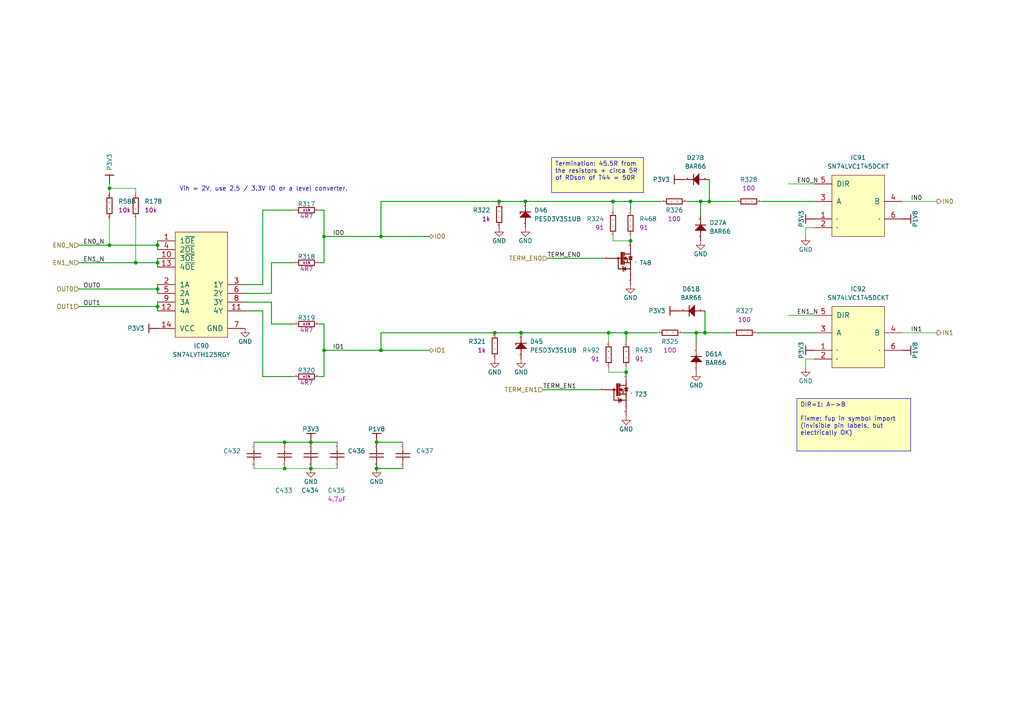
<source format=kicad_sch>
(kicad_sch (version 20250114) (generator "eeschema") (generator_version "9.0")
  (paper "A4")
  (title_block (title "Front/Patch Panel I/O driver - 2 channels"))
  (text "Vih = 2V, use 2.5 / 3.3V IO or a level converter." (at 76.454 54.864 0) (effects (font (size 1.27 1.27))))
  (text_box "Termination: 45.5R from the resistors + circa 5R of RDson of T44 = 50R" (at 160.02 45.72 0) (size 26.67 10.16) (margins 0.9525 0.9525 0.9525 0.9525) (fill (type color) (color 255 255 194 1)) (effects (font (size 1.27 1.27)) (justify left top)))
  (text_box "DIR=1: A->B\n\nFixme: fup in symbol import (invisible pin labels, but electrically OK)" (at 231.14 115.57 0) (size 33.02 15.24) (margins 0.9525 0.9525 0.9525 0.9525) (fill (type color) (color 255 255 194 1)) (effects (font (size 1.27 1.27)) (justify left top)))
  (junction (at 39.37 76.2))
  (junction (at 109.22 128.27))
  (junction (at 205.74 58.42))
  (junction (at 203.2 58.42))
  (junction (at 82.55 128.27))
  (junction (at 45.72 83.82))
  (junction (at 151.13 96.52))
  (junction (at 182.88 69.85))
  (junction (at 152.4 58.42))
  (junction (at 110.49 101.6))
  (junction (at 45.72 71.12))
  (junction (at 45.72 76.2))
  (junction (at 181.61 107.95))
  (junction (at 90.17 128.27))
  (junction (at 204.47 96.52))
  (junction (at 45.72 88.9))
  (junction (at 177.8 58.42))
  (junction (at 90.17 135.89))
  (junction (at 201.93 96.52))
  (junction (at 31.75 71.12))
  (junction (at 144.78 58.42))
  (junction (at 181.61 96.52))
  (junction (at 109.22 135.89))
  (junction (at 143.51 96.52))
  (junction (at 93.98 101.6))
  (junction (at 82.55 135.89))
  (junction (at 93.98 68.58))
  (junction (at 182.88 58.42))
  (junction (at 31.75 54.61))
  (junction (at 176.53 96.52))
  (junction (at 110.49 68.58))
  (wire (pts (xy 45.72 87.63) (xy 45.72 88.9)) (stroke (width 0.254)))
  (wire (pts (xy 124.46 68.58) (xy 110.49 68.58)) (stroke (width 0.254)))
  (wire (pts (xy 177.8 68.58) (xy 177.8 69.85)))
  (wire (pts (xy 109.22 128.27) (xy 116.84 128.27)) (stroke (width 0.254)))
  (wire (pts (xy 201.93 100.33) (xy 201.93 96.52)) (stroke (width 0.254)))
  (wire (pts (xy 143.51 96.52) (xy 151.13 96.52)) (stroke (width 0.254)))
  (wire (pts (xy 182.88 68.58) (xy 182.88 69.85)))
  (wire (pts (xy 76.2 109.22) (xy 85.09 109.22)) (stroke (width 0.254)))
  (wire (pts (xy 203.2 58.42) (xy 205.74 58.42)) (stroke (width 0.254)))
  (wire (pts (xy 22.86 88.9) (xy 45.72 88.9)) (stroke (width 0.254)))
  (wire (pts (xy 204.47 90.17) (xy 204.47 96.52)) (stroke (width 0.254)))
  (wire (pts (xy 90.17 128.27) (xy 97.79 128.27)) (stroke (width 0.254)))
  (wire (pts (xy 85.09 60.96) (xy 76.2 60.96)) (stroke (width 0.254)))
  (wire (pts (xy 31.75 54.61) (xy 39.37 54.61)))
  (wire (pts (xy 82.55 135.89) (xy 90.17 135.89)))
  (wire (pts (xy 151.13 96.52) (xy 176.53 96.52)) (stroke (width 0.254)))
  (wire (pts (xy 39.37 76.2) (xy 22.86 76.2)) (stroke (width 0.254)))
  (wire (pts (xy 45.72 83.82) (xy 45.72 85.09)) (stroke (width 0.254)))
  (wire (pts (xy 220.98 58.42) (xy 236.22 58.42)) (stroke (width 0.254)))
  (wire (pts (xy 71.12 90.17) (xy 76.2 90.17)) (stroke (width 0.254)))
  (wire (pts (xy 176.53 107.95) (xy 181.61 107.95)))
  (wire (pts (xy 110.49 58.42) (xy 144.78 58.42)) (stroke (width 0.254)))
  (wire (pts (xy 176.53 96.52) (xy 176.53 99.06)))
  (wire (pts (xy 73.66 128.27) (xy 82.55 128.27)) (stroke (width 0.254)))
  (wire (pts (xy 93.98 101.6) (xy 93.98 109.22)) (stroke (width 0.254)))
  (wire (pts (xy 92.71 93.98) (xy 93.98 93.98)) (stroke (width 0.254)))
  (wire (pts (xy 78.74 85.09) (xy 78.74 76.2)) (stroke (width 0.254)))
  (wire (pts (xy 31.75 71.12) (xy 22.86 71.12)) (stroke (width 0.254)))
  (wire (pts (xy 176.53 96.52) (xy 181.61 96.52)) (stroke (width 0.254)))
  (wire (pts (xy 78.74 76.2) (xy 85.09 76.2)) (stroke (width 0.254)))
  (wire (pts (xy 92.71 60.96) (xy 93.98 60.96)) (stroke (width 0.254)))
  (wire (pts (xy 205.74 58.42) (xy 213.36 58.42)) (stroke (width 0.254)))
  (wire (pts (xy 181.61 106.68) (xy 181.61 107.95)))
  (wire (pts (xy 82.55 128.27) (xy 90.17 128.27)) (stroke (width 0.254)))
  (wire (pts (xy 233.68 66.04) (xy 233.68 68.58)))
  (wire (pts (xy 45.72 76.2) (xy 39.37 76.2)) (stroke (width 0.254)))
  (wire (pts (xy 93.98 93.98) (xy 93.98 101.6)) (stroke (width 0.254)))
  (wire (pts (xy 233.68 104.14) (xy 233.68 106.68)))
  (wire (pts (xy 152.4 58.42) (xy 177.8 58.42)) (stroke (width 0.254)))
  (wire (pts (xy 93.98 68.58) (xy 93.98 76.2)) (stroke (width 0.254)))
  (wire (pts (xy 181.61 96.52) (xy 181.61 99.06)) (stroke (width 0.254)))
  (wire (pts (xy 93.98 109.22) (xy 92.71 109.22)) (stroke (width 0.254)))
  (wire (pts (xy 45.72 74.93) (xy 45.72 76.2)) (stroke (width 0.254)))
  (wire (pts (xy 45.72 69.85) (xy 45.72 71.12)) (stroke (width 0.254)))
  (wire (pts (xy 144.78 58.42) (xy 152.4 58.42)) (stroke (width 0.254)))
  (wire (pts (xy 31.75 54.61) (xy 31.75 55.88)))
  (wire (pts (xy 71.12 87.63) (xy 78.74 87.63)) (stroke (width 0.254)))
  (wire (pts (xy 39.37 63.5) (xy 39.37 76.2)))
  (wire (pts (xy 109.22 135.89) (xy 116.84 135.89)) (stroke (width 0.254)))
  (wire (pts (xy 45.72 88.9) (xy 45.72 90.17)) (stroke (width 0.254)))
  (wire (pts (xy 177.8 58.42) (xy 177.8 60.96)))
  (wire (pts (xy 199.39 58.42) (xy 203.2 58.42)) (stroke (width 0.254)))
  (wire (pts (xy 76.2 82.55) (xy 71.12 82.55)) (stroke (width 0.254)))
  (wire (pts (xy 182.88 58.42) (xy 191.77 58.42)) (stroke (width 0.254)))
  (wire (pts (xy 45.72 82.55) (xy 45.72 83.82)) (stroke (width 0.254)))
  (wire (pts (xy 45.72 76.2) (xy 45.72 77.47)) (stroke (width 0.254)))
  (wire (pts (xy 173.99 113.03) (xy 157.48 113.03)) (stroke (width 0.254)))
  (wire (pts (xy 261.62 96.52) (xy 271.78 96.52)))
  (wire (pts (xy 76.2 60.96) (xy 76.2 82.55)) (stroke (width 0.254)))
  (wire (pts (xy 110.49 96.52) (xy 143.51 96.52)) (stroke (width 0.254)))
  (wire (pts (xy 45.72 71.12) (xy 31.75 71.12)) (stroke (width 0.254)))
  (wire (pts (xy 90.17 135.89) (xy 97.79 135.89)))
  (wire (pts (xy 45.72 71.12) (xy 45.72 72.39)) (stroke (width 0.254)))
  (wire (pts (xy 198.12 96.52) (xy 201.93 96.52)) (stroke (width 0.254)))
  (wire (pts (xy 228.6 91.44) (xy 236.22 91.44)))
  (wire (pts (xy 73.66 135.89) (xy 82.55 135.89)))
  (wire (pts (xy 93.98 60.96) (xy 93.98 68.58)) (stroke (width 0.254)))
  (wire (pts (xy 176.53 106.68) (xy 176.53 107.95)))
  (wire (pts (xy 31.75 63.5) (xy 31.75 71.12)))
  (wire (pts (xy 76.2 90.17) (xy 76.2 109.22)) (stroke (width 0.254)))
  (wire (pts (xy 219.71 96.52) (xy 236.22 96.52)) (stroke (width 0.254)))
  (wire (pts (xy 175.26 74.93) (xy 158.75 74.93)) (stroke (width 0.254)))
  (wire (pts (xy 181.61 96.52) (xy 190.5 96.52)) (stroke (width 0.254)))
  (wire (pts (xy 71.12 85.09) (xy 78.74 85.09)) (stroke (width 0.254)))
  (wire (pts (xy 78.74 93.98) (xy 85.09 93.98)) (stroke (width 0.254)))
  (wire (pts (xy 205.74 52.07) (xy 205.74 58.42)) (stroke (width 0.254)))
  (wire (pts (xy 177.8 69.85) (xy 182.88 69.85)))
  (wire (pts (xy 236.22 104.14) (xy 233.68 104.14)))
  (wire (pts (xy 177.8 58.42) (xy 182.88 58.42)) (stroke (width 0.254)))
  (wire (pts (xy 110.49 101.6) (xy 93.98 101.6)) (stroke (width 0.254)))
  (wire (pts (xy 228.6 53.34) (xy 236.22 53.34)))
  (wire (pts (xy 110.49 101.6) (xy 110.49 96.52)) (stroke (width 0.254)))
  (wire (pts (xy 45.72 83.82) (xy 22.86 83.82)) (stroke (width 0.254)))
  (wire (pts (xy 93.98 76.2) (xy 92.71 76.2)) (stroke (width 0.254)))
  (wire (pts (xy 31.75 53.34) (xy 31.75 54.61)))
  (wire (pts (xy 204.47 96.52) (xy 212.09 96.52)) (stroke (width 0.254)))
  (wire (pts (xy 39.37 54.61) (xy 39.37 55.88)))
  (wire (pts (xy 110.49 68.58) (xy 93.98 68.58)) (stroke (width 0.254)))
  (wire (pts (xy 124.46 101.6) (xy 110.49 101.6)) (stroke (width 0.254)))
  (wire (pts (xy 182.88 58.42) (xy 182.88 60.96)) (stroke (width 0.254)))
  (wire (pts (xy 78.74 87.63) (xy 78.74 93.98)) (stroke (width 0.254)))
  (wire (pts (xy 236.22 66.04) (xy 233.68 66.04)))
  (wire (pts (xy 261.62 58.42) (xy 271.78 58.42)))
  (wire (pts (xy 110.49 68.58) (xy 110.49 58.42)) (stroke (width 0.254)))
  (wire (pts (xy 203.2 62.23) (xy 203.2 58.42)) (stroke (width 0.254)))
  (wire (pts (xy 201.93 96.52) (xy 204.47 96.52)) (stroke (width 0.254)))
  (label "EN1_N" (at 231.14 91.44 0))
  (label "OUT1" (at 24.13 88.9 0))
  (label "EN0_N" (at 231.14 53.34 0))
  (label "EN0_N" (at 24.13 71.12 0))
  (label "IO0" (at 96.52 68.58 0))
  (label "IN1" (at 264.16 96.52 0))
  (label "OUT0" (at 24.13 83.82 0))
  (label "IN0" (at 264.16 58.42 0))
  (label "EN1_N" (at 24.13 76.2 0))
  (label "IO1" (at 96.52 101.6 0))
  (label "TERM_EN0" (at 158.75 74.93 0))
  (label "TERM_EN1" (at 157.48 113.03 0))
  (hierarchical_label "IN1" (shape output) (at 271.78 96.52 0))
  (hierarchical_label "EN1_N" (shape input) (at 22.86 76.2 180))
  (hierarchical_label "EN0_N" (shape input) (at 22.86 71.12 180))
  (hierarchical_label "IO1" (shape bidirectional) (at 124.46 101.6 0))
  (hierarchical_label "IO0" (shape bidirectional) (at 124.46 68.58 0))
  (hierarchical_label "TERM_EN0" (shape input) (at 158.75 74.93 180))
  (hierarchical_label "OUT0" (shape input) (at 22.86 83.82 180))
  (hierarchical_label "OUT1" (shape input) (at 22.86 88.9 180))
  (hierarchical_label "TERM_EN1" (shape input) (at 157.48 113.03 180))
  (hierarchical_label "IN0" (shape output) (at 271.78 58.42 0))
  (symbol (lib_id "Resistors SMD:R1206_91R_1%_0.25W_100PPM") (at 182.88 68.58 90) (unit 1)
    (property "Reference" "R454" (at 185.42 63.4999 90) (effects (justify right)))
    (property "Value" "R1206_91R_1%_0.25W_100PPM" (effects (hide yes)))
    (property "Footprint" "Resistors SMD:RESC3216X65N" (effects (hide yes)))
    (property "Description" "±1%" (effects (hide yes)))
    (property "Val" "91" (at 185.42 66.0399 90) (effects (justify right)))
    (property "Part Number" "R1206_91R_1%_0.25W_100PPM" (effects (hide yes)))
    (property "Library Ref" "Resistor - 1%" (effects (hide yes)))
    (property "Library Path" "SchLib\\Resistors.SchLib" (effects (hide yes)))
    (property "Comment" "91" (effects (hide yes)))
    (property "Component Kind" "Standard" (effects (hide yes)))
    (property "Component Type" "Standard" (effects (hide yes)))
    (property "PackageDescription" " " (effects (hide yes)))
    (property "Pin Count" "2" (effects (hide yes)))
    (property "Footprint Path" "PcbLib\\Resistors SMD.PcbLib" (effects (hide yes)))
    (property "Footprint Ref" "RESC3216X65N" (effects (hide yes)))
    (property "Status" "Preferred" (effects (hide yes)))
    (property "Power" "0.25W" (effects (hide yes)))
    (property "Voltage" " " (effects (hide yes)))
    (property "Tolerance" "±1%" (effects (hide yes)))
    (property "Part Description" "General Purpose Thick Film Chip Resistor" (effects (hide yes)))
    (property "Manufacturer" "GENERIC" (effects (hide yes)))
    (property "Manufacturer Part Number" "R1206_91R_1%_0.25W_100PPM" (effects (hide yes)))
    (property "Case" "1206" (effects (hide yes)))
    (property "PressFit" "No" (effects (hide yes)))
    (property "Mounted" "Yes" (effects (hide yes)))
    (property "Sense Comment" " " (effects (hide yes)))
    (property "Sense" "No" (effects (hide yes)))
    (property "Status Comment" " " (effects (hide yes)))
    (property "Socket" "No" (effects (hide yes)))
    (property "SMD" "Yes" (effects (hide yes)))
    (property "ComponentHeight" " " (effects (hide yes)))
    (property "Manufacturer1 Example" "NIC COMPONENT" (effects (hide yes)))
    (property "Manufacturer1 Part Number" "NRC12F91R0TRF" (effects (hide yes)))
    (property "Manufacturer1 ComponentHeight" "0.65mm" (effects (hide yes)))
    (property "Author" "CERN DEM JLC" (effects (hide yes)))
    (property "CreateDate" "12/03/07 00:00:00" (effects (hide yes)))
    (property "LatestRevisionDate" "03/13/08 00:00:00" (effects (hide yes)))
    (property "Database Table Name" "Resistors" (effects (hide yes)))
    (property "Library Name" "Resistors SMD" (effects (hide yes)))
    (property "Footprint Library" "Resistors SMD" (effects (hide yes)))
    (property "License" "CC-BY-SA 4.0" (effects (hide yes)))
    (instances (project "vme-wren" (path "" (reference "R468") (unit 1)) (path "" (reference "R470") (unit 1)) (path "" (reference "R471") (unit 1)) (path "" (reference "R469") (unit 1)) (path "" (reference "R457") (unit 1)) (path "" (reference "R454") (unit 1)) (path "" (reference "R461") (unit 1)) (path "" (reference "R459") (unit 1)) (path "" (reference "R475") (unit 1)) (path "" (reference "R472") (unit 1)) (path "" (reference "R474") (unit 1)) (path "" (reference "R473") (unit 1)) (path "" (reference "R466") (unit 1)) (path "" (reference "R465") (unit 1)) (path "" (reference "R464") (unit 1)) (path "" (reference "R467") (unit 1))))
  )
  (symbol (lib_id "Standard Logic:SN74LVC1T45DCKT") (at 241.3 88.9 0) (unit 1)
    (property "Reference" "IC43" (at 248.92 83.82 0))
    (property "Value" "SN74LVC1T45DCKT" (at 248.92 86.36 0))
    (property "Footprint" "ICs And Semiconductors SMD:SOT65P210X110-6N" (effects (hide yes)))
    (property "Description" "SN74LVC1T45DCKT" (effects (hide yes)))
    (property "Library Ref" "741T45" (effects (hide yes)))
    (property "Library Path" "SchLib\\Standard Logic.SchLib" (effects (hide yes)))
    (property "Comment" "SN74LVC1T45DCK" (effects (hide yes)))
    (property "Component Kind" "Standard" (effects (hide yes)))
    (property "Component Type" "Standard" (effects (hide yes)))
    (property "Device" "SN74LVC1T45DCK" (effects (hide yes)))
    (property "PackageDescription" "SOT363, SC70-6, 0.65mm Pitch; 6 pin, 1.25mm W X 2.00mm L X 1.10mm H body, IPC Medium Density" (effects (hide yes)))
    (property "Status" " " (effects (hide yes)))
    (property "Part Description" "Single-Bit Dual-Supply Bus Transceiver with Configurable Voltage Translation and 3-State Outputs" (effects (hide yes)))
    (property "Manufacturer" "TEXAS INSTRUMENTS" (effects (hide yes)))
    (property "Manufacturer Part Number" "SN74LVC1T45DCK" (effects (hide yes)))
    (property "Pin Count" "6" (effects (hide yes)))
    (property "Case" "SOT363" (effects (hide yes)))
    (property "Mounted" "Yes" (effects (hide yes)))
    (property "Socket" "No" (effects (hide yes)))
    (property "SMD" "Yes" (effects (hide yes)))
    (property "PressFit" "No" (effects (hide yes)))
    (property "Sense" "No" (effects (hide yes)))
    (property "Sense Comment" " " (effects (hide yes)))
    (property "Bonding" "No" (effects (hide yes)))
    (property "Status Comment" " " (effects (hide yes)))
    (property "ComponentHeight" "1.1mm" (effects (hide yes)))
    (property "Footprint Path" "PcbLib\\ICs And Semiconductors SMD.PcbLib" (effects (hide yes)))
    (property "Footprint Ref" "SOT65P210X110-6N" (effects (hide yes)))
    (property "Author" "CERN DEM JLC" (effects (hide yes)))
    (property "ComponentLink1URL" " " (effects (hide yes)))
    (property "ComponentLink1Description" " " (effects (hide yes)))
    (property "ComponentLink2URL" " " (effects (hide yes)))
    (property "ComponentLink2Description" " " (effects (hide yes)))
    (property "CreateDate" "09/27/10 00:00:00" (effects (hide yes)))
    (property "LatestRevisionDate" "09/27/10 00:00:00" (effects (hide yes)))
    (property "SCEM" " " (effects (hide yes)))
    (property "Database Table Name" "ICs And Semiconductors" (effects (hide yes)))
    (property "Library Name" "Standard Logic" (effects (hide yes)))
    (property "Footprint Library" "ICs And Semiconductors SMD" (effects (hide yes)))
    (property "License" "CC-BY-SA 4.0" (effects (hide yes)))
    (instances (project "vme-wren" (path "" (reference "IC92") (unit 1)) (path "" (reference "IC98") (unit 1)) (path "" (reference "IC101") (unit 1)) (path "" (reference "IC95") (unit 1)) (path "" (reference "IC46") (unit 1)) (path "" (reference "IC43") (unit 1)) (path "" (reference "IC71") (unit 1)) (path "" (reference "IC68") (unit 1)) (path "" (reference "IC120") (unit 1)) (path "" (reference "IC111") (unit 1)) (path "" (reference "IC117") (unit 1)) (path "" (reference "IC114") (unit 1)) (path "" (reference "IC83") (unit 1)) (path "" (reference "IC80") (unit 1)) (path "" (reference "IC74") (unit 1)) (path "" (reference "IC86") (unit 1))))
  )
  (symbol (lib_name "R0402_100R_1%_0.0625W_100PPM_10") (lib_id "Resistors SMD:R0402_100R_1%_0.0625W_100PPM") (at 213.36 58.42 0) (unit 1)
    (property "Reference" "R47" (at 217.17 52.07 0))
    (property "Value" "R0402_100R_1%_0.0625W_100PPM" (effects (hide yes)))
    (property "Footprint" "Resistors SMD:RESC1005X40N" (effects (hide yes)))
    (property "SMD" "Yes" (effects (hide yes)))
    (property "Tolerance" "±1%" (effects (hide yes)))
    (property "Val" "100" (at 217.17 54.61 0))
    (property "Part Number" "R0402_100R_1%_0.0625W_100PPM" (effects (hide yes)))
    (property "Library Ref" "Resistor - 1%" (effects (hide yes)))
    (property "Library Path" "SchLib\\Resistors.SchLib" (effects (hide yes)))
    (property "Comment" "100" (effects (hide yes)))
    (property "Component Kind" "Standard" (effects (hide yes)))
    (property "Component Type" "Standard" (effects (hide yes)))
    (property "PackageDescription" " " (effects (hide yes)))
    (property "Pin Count" "2" (effects (hide yes)))
    (property "Footprint Path" "PcbLib\\Resistors SMD.PcbLib" (effects (hide yes)))
    (property "Footprint Ref" "RESC1005X40N" (effects (hide yes)))
    (property "Status" "Not Recommended" (effects (hide yes)))
    (property "Power" "0.0625W" (effects (hide yes)))
    (property "Voltage" " " (effects (hide yes)))
    (property "Part Description" "General Purpose Thick Film Chip Resistor" (effects (hide yes)))
    (property "Manufacturer" "GENERIC" (effects (hide yes)))
    (property "Manufacturer Part Number" "R0402_100R_1%_0.0625W_100PPM" (effects (hide yes)))
    (property "Case" "0402" (effects (hide yes)))
    (property "PressFit" "No" (effects (hide yes)))
    (property "Mounted" "Yes" (effects (hide yes)))
    (property "Sense Comment" " " (effects (hide yes)))
    (property "Sense" "No" (effects (hide yes)))
    (property "Status Comment" " " (effects (hide yes)))
    (property "Socket" "No" (effects (hide yes)))
    (property "ComponentHeight" " " (effects (hide yes)))
    (property "Manufacturer1 Example" "YAGEO PHYCOMP" (effects (hide yes)))
    (property "Manufacturer1 Part Number" "232270671001L" (effects (hide yes)))
    (property "Manufacturer1 ComponentHeight" "0.4mm" (effects (hide yes)))
    (property "Author" "CERN DEM JLC" (effects (hide yes)))
    (property "CreateDate" "12/03/07 00:00:00" (effects (hide yes)))
    (property "LatestRevisionDate" "10/17/12 00:00:00" (effects (hide yes)))
    (property "Database Table Name" "Resistors" (effects (hide yes)))
    (property "Library Name" "Resistors SMD" (effects (hide yes)))
    (property "Footprint Library" "Resistors SMD" (effects (hide yes)))
    (property "License" "CC-BY-SA 4.0" (effects (hide yes)))
    (instances (project "vme-wren" (path "" (reference "R328") (unit 1)) (path "" (reference "R356") (unit 1)) (path "" (reference "R370") (unit 1)) (path "" (reference "R342") (unit 1)) (path "" (reference "R139") (unit 1)) (path "" (reference "R47") (unit 1)) (path "" (reference "R176") (unit 1)) (path "" (reference "R153") (unit 1)) (path "" (reference "R443") (unit 1)) (path "" (reference "R384") (unit 1)) (path "" (reference "R429") (unit 1)) (path "" (reference "R415") (unit 1)) (path "" (reference "R300") (unit 1)) (path "" (reference "R286") (unit 1)) (path "" (reference "R272") (unit 1)) (path "" (reference "R314") (unit 1))))
  )
  (symbol (lib_id "Transistors:FDV301N") (at 175.26 74.93 0) (unit 1)
    (property "Reference" "T40" (at 185.42 76.2634 0) (effects (justify left)))
    (property "Value" "FDV301N" (effects (hide yes)))
    (property "Footprint" "ICs And Semiconductors SMD:SOT95P240X110-3N" (effects (hide yes)))
    (property "Description" "FDV301N" (effects (hide yes)))
    (property "Library Ref" "FDV301N" (effects (hide yes)))
    (property "Library Path" "SchLib\\Transistors.SchLib" (effects (hide yes)))
    (property "Comment" "FDV301N" (effects (hide yes)))
    (property "Component Kind" "Standard" (effects (hide yes)))
    (property "Component Type" "Standard" (effects (hide yes)))
    (property "Device" "FDV301N" (effects (hide yes)))
    (property "PackageDescription" "SOT23, 0.95mm Pitch; 3 Pin, 1.40mm W X 3.00mm L X 1.10mm H body, IPC Medium Density" (effects (hide yes)))
    (property "Status" " " (effects (hide yes)))
    (property "Part Description" "25V, 0.22A, N-Channel Digital FET" (effects (hide yes)))
    (property "Manufacturer" "FAIRCHILD SEMICONDUCTOR" (effects (hide yes)))
    (property "Manufacturer Part Number" "FDV301N" (effects (hide yes)))
    (property "Pin Count" "3" (effects (hide yes)))
    (property "Case" "SOT23-3" (effects (hide yes)))
    (property "Mounted" "Yes" (effects (hide yes)))
    (property "Socket" "No" (effects (hide yes)))
    (property "PressFit" "No" (effects (hide yes)))
    (property "SMD" "Yes" (effects (hide yes)))
    (property "Sense" "No" (effects (hide yes)))
    (property "Sense Comment" " " (effects (hide yes)))
    (property "Bonding" "No" (effects (hide yes)))
    (property "Status Comment" " " (effects (hide yes)))
    (property "ComponentHeight" "1.12mm" (effects (hide yes)))
    (property "Footprint Path" "PcbLib\\ICs And Semiconductors SMD.PcbLib" (effects (hide yes)))
    (property "Footprint Ref" "SOT95P240X110-3N" (effects (hide yes)))
    (property "ComponentLink1URL" " " (effects (hide yes)))
    (property "ComponentLink1Description" " " (effects (hide yes)))
    (property "ComponentLink2URL" " " (effects (hide yes)))
    (property "ComponentLink2Description" " " (effects (hide yes)))
    (property "Author" "CERN DEM JLC" (effects (hide yes)))
    (property "CreateDate" "05/19/08 00:00:00" (effects (hide yes)))
    (property "LatestRevisionDate" "10/11/17 00:00:00" (effects (hide yes)))
    (property "SCEM" " " (effects (hide yes)))
    (property "LatestRevisionDate1" " " (effects (hide yes)))
    (property "Database Table Name" "ICs And Semiconductors" (effects (hide yes)))
    (property "Library Name" "Transistors" (effects (hide yes)))
    (property "Footprint Library" "ICs And Semiconductors SMD" (effects (hide yes)))
    (property "License" "CC-BY-SA 4.0" (effects (hide yes)))
    (instances (project "vme-wren" (path "" (reference "T48") (unit 1)) (path "" (reference "T50") (unit 1)) (path "" (reference "T51") (unit 1)) (path "" (reference "T49") (unit 1)) (path "" (reference "T41") (unit 1)) (path "" (reference "T40") (unit 1)) (path "" (reference "T43") (unit 1)) (path "" (reference "T42") (unit 1)) (path "" (reference "T55") (unit 1)) (path "" (reference "T52") (unit 1)) (path "" (reference "T54") (unit 1)) (path "" (reference "T53") (unit 1)) (path "" (reference "T46") (unit 1)) (path "" (reference "T45") (unit 1)) (path "" (reference "T44") (unit 1)) (path "" (reference "T47") (unit 1))))
  )
  (symbol (lib_id "Resistors SMD:R1206_91R_1%_0.25W_100PPM") (at 176.53 106.68 90) (unit 1)
    (property "Reference" "R476" (at 173.99 101.5999 90) (effects (justify left)))
    (property "Value" "R1206_91R_1%_0.25W_100PPM" (effects (hide yes)))
    (property "Footprint" "Resistors SMD:RESC3216X65N" (effects (hide yes)))
    (property "Description" "±1%" (effects (hide yes)))
    (property "Val" "91" (at 173.99 104.1399 90) (effects (justify left)))
    (property "Part Number" "R1206_91R_1%_0.25W_100PPM" (effects (hide yes)))
    (property "Library Ref" "Resistor - 1%" (effects (hide yes)))
    (property "Library Path" "SchLib\\Resistors.SchLib" (effects (hide yes)))
    (property "Comment" "91" (effects (hide yes)))
    (property "Component Kind" "Standard" (effects (hide yes)))
    (property "Component Type" "Standard" (effects (hide yes)))
    (property "PackageDescription" " " (effects (hide yes)))
    (property "Pin Count" "2" (effects (hide yes)))
    (property "Footprint Path" "PcbLib\\Resistors SMD.PcbLib" (effects (hide yes)))
    (property "Footprint Ref" "RESC3216X65N" (effects (hide yes)))
    (property "Status" "Preferred" (effects (hide yes)))
    (property "Power" "0.25W" (effects (hide yes)))
    (property "Voltage" " " (effects (hide yes)))
    (property "Tolerance" "±1%" (effects (hide yes)))
    (property "Part Description" "General Purpose Thick Film Chip Resistor" (effects (hide yes)))
    (property "Manufacturer" "GENERIC" (effects (hide yes)))
    (property "Manufacturer Part Number" "R1206_91R_1%_0.25W_100PPM" (effects (hide yes)))
    (property "Case" "1206" (effects (hide yes)))
    (property "PressFit" "No" (effects (hide yes)))
    (property "Mounted" "Yes" (effects (hide yes)))
    (property "Sense Comment" " " (effects (hide yes)))
    (property "Sense" "No" (effects (hide yes)))
    (property "Status Comment" " " (effects (hide yes)))
    (property "Socket" "No" (effects (hide yes)))
    (property "SMD" "Yes" (effects (hide yes)))
    (property "ComponentHeight" " " (effects (hide yes)))
    (property "Manufacturer1 Example" "NIC COMPONENT" (effects (hide yes)))
    (property "Manufacturer1 Part Number" "NRC12F91R0TRF" (effects (hide yes)))
    (property "Manufacturer1 ComponentHeight" "0.65mm" (effects (hide yes)))
    (property "Author" "CERN DEM JLC" (effects (hide yes)))
    (property "CreateDate" "12/03/07 00:00:00" (effects (hide yes)))
    (property "LatestRevisionDate" "03/13/08 00:00:00" (effects (hide yes)))
    (property "Database Table Name" "Resistors" (effects (hide yes)))
    (property "Library Name" "Resistors SMD" (effects (hide yes)))
    (property "Footprint Library" "Resistors SMD" (effects (hide yes)))
    (property "License" "CC-BY-SA 4.0" (effects (hide yes)))
    (instances (project "vme-wren" (path "" (reference "R492") (unit 1)) (path "" (reference "R496") (unit 1)) (path "" (reference "R498") (unit 1)) (path "" (reference "R494") (unit 1)) (path "" (reference "R478") (unit 1)) (path "" (reference "R476") (unit 1)) (path "" (reference "R482") (unit 1)) (path "" (reference "R480") (unit 1)) (path "" (reference "R506") (unit 1)) (path "" (reference "R500") (unit 1)) (path "" (reference "R504") (unit 1)) (path "" (reference "R502") (unit 1)) (path "" (reference "R488") (unit 1)) (path "" (reference "R486") (unit 1)) (path "" (reference "R484") (unit 1)) (path "" (reference "R490") (unit 1))))
  )
  (symbol (lib_id "vme-wren:P3V3") (at 196.85 90.17 270) (unit 1)
    (property "Reference" "#PWR036" (effects (hide yes)))
    (property "Value" "P3V3" (at 193.04 90.17 90) (effects (justify right)))
    (instances (project "vme-wren" (path "" (reference "#PWR0750") (unit 1)) (path "" (reference "#PWR0789") (unit 1)) (path "" (reference "#PWR0790") (unit 1)) (path "" (reference "#PWR0751") (unit 1)) (path "" (reference "#PWR037") (unit 1)) (path "" (reference "#PWR036") (unit 1)) (path "" (reference "#PWR0446") (unit 1)) (path "" (reference "#PWR0445") (unit 1)) (path "" (reference "#PWR0836") (unit 1)) (path "" (reference "#PWR0812") (unit 1)) (path "" (reference "#PWR0835") (unit 1)) (path "" (reference "#PWR0813") (unit 1)) (path "" (reference "#PWR0491") (unit 1)) (path "" (reference "#PWR0469") (unit 1)) (path "" (reference "#PWR0468") (unit 1)) (path "" (reference "#PWR0492") (unit 1))))
  )
  (symbol (lib_id "Capacitors SMD:CC0402_100NF_16V_10%_X7R") (at 82.55 128.27 270) (unit 1)
    (property "Reference" "C47" (at 79.756 142.2399 90) (effects (justify left)))
    (property "Value" "CC0402_100NF_16V_10%_X7R" (effects (hide yes)))
    (property "Footprint" "Capacitors SMD:CAPC1005X55N" (effects (hide yes)))
    (property "Description" "100nF" (effects (hide yes)))
    (property "SMD" "Yes" (effects (hide yes)))
    (property "Part Number" "CC0402_100NF_16V_10%_X7R" (effects (hide yes)))
    (property "Library Ref" "Capacitor - non polarized" (effects (hide yes)))
    (property "Library Path" "SchLib\\Capacitors.SchLib" (effects (hide yes)))
    (property "Comment" "100nF" (effects (hide yes)))
    (property "Component Kind" "Standard" (effects (hide yes)))
    (property "Component Type" "Standard" (effects (hide yes)))
    (property "Pin Count" "2" (effects (hide yes)))
    (property "Footprint Path" "PcbLib\\Capacitors SMD.PcbLib" (effects (hide yes)))
    (property "Footprint Ref" "CAPC1005X55N" (effects (hide yes)))
    (property "PackageDescription" " " (effects (hide yes)))
    (property "Status" "Not Recommended" (effects (hide yes)))
    (property "Status Comment" " " (effects (hide yes)))
    (property "Voltage" "16V" (effects (hide yes)))
    (property "Tolerance" "±10%" (effects (hide yes)))
    (property "Part Description" "SMD Multilayer Chip Ceramic Capacitor" (effects (hide yes)))
    (property "Manufacturer" "GENERIC" (effects (hide yes)))
    (property "Manufacturer Part Number" "CC0402_100NF_16V_10%_X7R" (effects (hide yes)))
    (property "Case" "0402" (effects (hide yes)))
    (property "Mounted" "Yes" (effects (hide yes)))
    (property "Socket" "No" (effects (hide yes)))
    (property "PressFit" " " (effects (hide yes)))
    (property "Sense" "No" (effects (hide yes)))
    (property "Sense Comment" " " (effects (hide yes)))
    (property "ComponentHeight" " " (effects (hide yes)))
    (property "Manufacturer1 Example" "MURATA" (effects (hide yes)))
    (property "Manufacturer1 Part Number" "GRM155R71C104KA88D" (effects (hide yes)))
    (property "Manufacturer1 ComponentHeight" "0.55mm" (effects (hide yes)))
    (property "Author" "CERN DEM JLC" (effects (hide yes)))
    (property "CreateDate" "12/05/13 00:00:00" (effects (hide yes)))
    (property "LatestRevisionDate" "12/03/07 00:00:00" (effects (hide yes)))
    (property "Database Table Name" "Capacitors" (effects (hide yes)))
    (property "Library Name" "Capacitors SMD" (effects (hide yes)))
    (property "Footprint Library" "Capacitors SMD" (effects (hide yes)))
    (property "License" "CC-BY-SA 4.0" (effects (hide yes)))
    (instances (project "vme-wren" (path "" (reference "C433") (unit 1)) (path "" (reference "C445") (unit 1)) (path "" (reference "C451") (unit 1)) (path "" (reference "C439") (unit 1)) (path "" (reference "C177") (unit 1)) (path "" (reference "C47") (unit 1)) (path "" (reference "C395") (unit 1)) (path "" (reference "C208") (unit 1)) (path "" (reference "C507") (unit 1)) (path "" (reference "C461") (unit 1)) (path "" (reference "C501") (unit 1)) (path "" (reference "C495") (unit 1)) (path "" (reference "C417") (unit 1)) (path "" (reference "C411") (unit 1)) (path "" (reference "C401") (unit 1)) (path "" (reference "C423") (unit 1))))
  )
  (symbol (lib_name "R0402_1K_1%_0.0625W_100PPM_4") (lib_id "Resistors SMD:R0402_1K_1%_0.0625W_100PPM") (at 144.78 66.04 90) (unit 1)
    (property "Reference" "R36" (at 142.24 60.9599 90) (effects (justify left)))
    (property "Value" "R0402_1K_1%_0.0625W_100PPM" (effects (hide yes)))
    (property "Footprint" "Resistors SMD:RESC1005X40N" (effects (hide yes)))
    (property "SMD" "Yes" (effects (hide yes)))
    (property "Tolerance" "±1%" (effects (hide yes)))
    (property "Val" "1k" (at 142.24 63.4999 90) (effects (justify left)))
    (property "Part Number" "R0402_1K_1%_0.0625W_100PPM" (effects (hide yes)))
    (property "Library Ref" "Resistor - 1%" (effects (hide yes)))
    (property "Library Path" "SchLib\\Resistors.SchLib" (effects (hide yes)))
    (property "Comment" "1k" (effects (hide yes)))
    (property "Component Kind" "Standard" (effects (hide yes)))
    (property "Component Type" "Standard" (effects (hide yes)))
    (property "PackageDescription" " " (effects (hide yes)))
    (property "Pin Count" "2" (effects (hide yes)))
    (property "Footprint Path" "PcbLib\\Resistors SMD.PcbLib" (effects (hide yes)))
    (property "Footprint Ref" "RESC1005X40N" (effects (hide yes)))
    (property "Status" "Not Recommended" (effects (hide yes)))
    (property "Power" "0.0625W" (effects (hide yes)))
    (property "Voltage" " " (effects (hide yes)))
    (property "Part Description" "General Purpose Thick Film Chip Resistor" (effects (hide yes)))
    (property "Manufacturer" "GENERIC" (effects (hide yes)))
    (property "Manufacturer Part Number" "R0402_1K_1%_0.0625W_100PPM" (effects (hide yes)))
    (property "Case" "0402" (effects (hide yes)))
    (property "PressFit" "No" (effects (hide yes)))
    (property "Mounted" "Yes" (effects (hide yes)))
    (property "Sense Comment" " " (effects (hide yes)))
    (property "Sense" "No" (effects (hide yes)))
    (property "Status Comment" " " (effects (hide yes)))
    (property "Socket" "No" (effects (hide yes)))
    (property "ComponentHeight" " " (effects (hide yes)))
    (property "Manufacturer1 Example" "YAGEO PHYCOMP" (effects (hide yes)))
    (property "Manufacturer1 Part Number" "232270671002L" (effects (hide yes)))
    (property "Manufacturer1 ComponentHeight" "0.4mm" (effects (hide yes)))
    (property "Author" "CERN DEM JLC" (effects (hide yes)))
    (property "CreateDate" "12/03/07 00:00:00" (effects (hide yes)))
    (property "LatestRevisionDate" "10/17/12 00:00:00" (effects (hide yes)))
    (property "Database Table Name" "Resistors" (effects (hide yes)))
    (property "Library Name" "Resistors SMD" (effects (hide yes)))
    (property "Footprint Library" "Resistors SMD" (effects (hide yes)))
    (property "License" "CC-BY-SA 4.0" (effects (hide yes)))
    (instances (project "vme-wren" (path "" (reference "R322") (unit 1)) (path "" (reference "R350") (unit 1)) (path "" (reference "R364") (unit 1)) (path "" (reference "R336") (unit 1)) (path "" (reference "R132") (unit 1)) (path "" (reference "R36") (unit 1)) (path "" (reference "R167") (unit 1)) (path "" (reference "R147") (unit 1)) (path "" (reference "R437") (unit 1)) (path "" (reference "R378") (unit 1)) (path "" (reference "R423") (unit 1)) (path "" (reference "R409") (unit 1)) (path "" (reference "R294") (unit 1)) (path "" (reference "R280") (unit 1)) (path "" (reference "R185") (unit 1)) (path "" (reference "R308") (unit 1))))
  )
  (symbol (lib_id "Standard Logic:SN74LVC1T45DCKT") (at 241.3 50.8 0) (unit 1)
    (property "Reference" "IC33" (at 248.92 45.72 0))
    (property "Value" "SN74LVC1T45DCKT" (at 248.92 48.26 0))
    (property "Footprint" "ICs And Semiconductors SMD:SOT65P210X110-6N" (effects (hide yes)))
    (property "Description" "SN74LVC1T45DCKT" (effects (hide yes)))
    (property "Library Ref" "741T45" (effects (hide yes)))
    (property "Library Path" "SchLib\\Standard Logic.SchLib" (effects (hide yes)))
    (property "Comment" "SN74LVC1T45DCK" (effects (hide yes)))
    (property "Component Kind" "Standard" (effects (hide yes)))
    (property "Component Type" "Standard" (effects (hide yes)))
    (property "Device" "SN74LVC1T45DCK" (effects (hide yes)))
    (property "PackageDescription" "SOT363, SC70-6, 0.65mm Pitch; 6 pin, 1.25mm W X 2.00mm L X 1.10mm H body, IPC Medium Density" (effects (hide yes)))
    (property "Status" " " (effects (hide yes)))
    (property "Part Description" "Single-Bit Dual-Supply Bus Transceiver with Configurable Voltage Translation and 3-State Outputs" (effects (hide yes)))
    (property "Manufacturer" "TEXAS INSTRUMENTS" (effects (hide yes)))
    (property "Manufacturer Part Number" "SN74LVC1T45DCK" (effects (hide yes)))
    (property "Pin Count" "6" (effects (hide yes)))
    (property "Case" "SOT363" (effects (hide yes)))
    (property "Mounted" "Yes" (effects (hide yes)))
    (property "Socket" "No" (effects (hide yes)))
    (property "SMD" "Yes" (effects (hide yes)))
    (property "PressFit" "No" (effects (hide yes)))
    (property "Sense" "No" (effects (hide yes)))
    (property "Sense Comment" " " (effects (hide yes)))
    (property "Bonding" "No" (effects (hide yes)))
    (property "Status Comment" " " (effects (hide yes)))
    (property "ComponentHeight" "1.1mm" (effects (hide yes)))
    (property "Footprint Path" "PcbLib\\ICs And Semiconductors SMD.PcbLib" (effects (hide yes)))
    (property "Footprint Ref" "SOT65P210X110-6N" (effects (hide yes)))
    (property "Author" "CERN DEM JLC" (effects (hide yes)))
    (property "ComponentLink1URL" " " (effects (hide yes)))
    (property "ComponentLink1Description" " " (effects (hide yes)))
    (property "ComponentLink2URL" " " (effects (hide yes)))
    (property "ComponentLink2Description" " " (effects (hide yes)))
    (property "CreateDate" "09/27/10 00:00:00" (effects (hide yes)))
    (property "LatestRevisionDate" "09/27/10 00:00:00" (effects (hide yes)))
    (property "SCEM" " " (effects (hide yes)))
    (property "Database Table Name" "ICs And Semiconductors" (effects (hide yes)))
    (property "Library Name" "Standard Logic" (effects (hide yes)))
    (property "Footprint Library" "ICs And Semiconductors SMD" (effects (hide yes)))
    (property "License" "CC-BY-SA 4.0" (effects (hide yes)))
    (instances (project "vme-wren" (path "" (reference "IC91") (unit 1)) (path "" (reference "IC97") (unit 1)) (path "" (reference "IC100") (unit 1)) (path "" (reference "IC94") (unit 1)) (path "" (reference "IC45") (unit 1)) (path "" (reference "IC33") (unit 1)) (path "" (reference "IC70") (unit 1)) (path "" (reference "IC54") (unit 1)) (path "" (reference "IC119") (unit 1)) (path "" (reference "IC106") (unit 1)) (path "" (reference "IC116") (unit 1)) (path "" (reference "IC113") (unit 1)) (path "" (reference "IC82") (unit 1)) (path "" (reference "IC79") (unit 1)) (path "" (reference "IC73") (unit 1)) (path "" (reference "IC85") (unit 1))))
  )
  (symbol (lib_id "vme-wren:P3V3") (at 31.75 53.34 180) (unit 1)
    (property "Reference" "#PWR019" (effects (hide yes)))
    (property "Value" "P3V3" (at 31.75 49.53 90) (effects (justify right)))
    (instances (project "vme-wren" (path "" (reference "#PWR0776") (unit 1)) (path "" (reference "#PWR0822") (unit 1)) (path "" (reference "#PWR0845") (unit 1)) (path "" (reference "#PWR0799") (unit 1)) (path "" (reference "#PWR01049") (unit 1)) (path "" (reference "#PWR019") (unit 1)) (path "" (reference "#PWR01065") (unit 1)) (path "" (reference "#PWR01057") (unit 1)) (path "" (reference "#PWR0953") (unit 1)) (path "" (reference "#PWR0884") (unit 1)) (path "" (reference "#PWR0930") (unit 1)) (path "" (reference "#PWR0907") (unit 1)) (path "" (reference "#PWR0478") (unit 1)) (path "" (reference "#PWR0455") (unit 1)) (path "" (reference "#PWR0432") (unit 1)) (path "" (reference "#PWR0685") (unit 1))))
  )
  (symbol (lib_name "R0402_100R_1%_0.0625W_100PPM_6") (lib_id "Resistors SMD:R0402_100R_1%_0.0625W_100PPM") (at 212.09 96.52 0) (unit 1)
    (property "Reference" "R45" (at 215.9 90.17 0))
    (property "Value" "R0402_100R_1%_0.0625W_100PPM" (effects (hide yes)))
    (property "Footprint" "Resistors SMD:RESC1005X40N" (effects (hide yes)))
    (property "SMD" "Yes" (effects (hide yes)))
    (property "Tolerance" "±1%" (effects (hide yes)))
    (property "Val" "100" (at 215.9 92.71 0))
    (property "Part Number" "R0402_100R_1%_0.0625W_100PPM" (effects (hide yes)))
    (property "Library Ref" "Resistor - 1%" (effects (hide yes)))
    (property "Library Path" "SchLib\\Resistors.SchLib" (effects (hide yes)))
    (property "Comment" "100" (effects (hide yes)))
    (property "Component Kind" "Standard" (effects (hide yes)))
    (property "Component Type" "Standard" (effects (hide yes)))
    (property "PackageDescription" " " (effects (hide yes)))
    (property "Pin Count" "2" (effects (hide yes)))
    (property "Footprint Path" "PcbLib\\Resistors SMD.PcbLib" (effects (hide yes)))
    (property "Footprint Ref" "RESC1005X40N" (effects (hide yes)))
    (property "Status" "Not Recommended" (effects (hide yes)))
    (property "Power" "0.0625W" (effects (hide yes)))
    (property "Voltage" " " (effects (hide yes)))
    (property "Part Description" "General Purpose Thick Film Chip Resistor" (effects (hide yes)))
    (property "Manufacturer" "GENERIC" (effects (hide yes)))
    (property "Manufacturer Part Number" "R0402_100R_1%_0.0625W_100PPM" (effects (hide yes)))
    (property "Case" "0402" (effects (hide yes)))
    (property "PressFit" "No" (effects (hide yes)))
    (property "Mounted" "Yes" (effects (hide yes)))
    (property "Sense Comment" " " (effects (hide yes)))
    (property "Sense" "No" (effects (hide yes)))
    (property "Status Comment" " " (effects (hide yes)))
    (property "Socket" "No" (effects (hide yes)))
    (property "ComponentHeight" " " (effects (hide yes)))
    (property "Manufacturer1 Example" "YAGEO PHYCOMP" (effects (hide yes)))
    (property "Manufacturer1 Part Number" "232270671001L" (effects (hide yes)))
    (property "Manufacturer1 ComponentHeight" "0.4mm" (effects (hide yes)))
    (property "Author" "CERN DEM JLC" (effects (hide yes)))
    (property "CreateDate" "12/03/07 00:00:00" (effects (hide yes)))
    (property "LatestRevisionDate" "10/17/12 00:00:00" (effects (hide yes)))
    (property "Database Table Name" "Resistors" (effects (hide yes)))
    (property "Library Name" "Resistors SMD" (effects (hide yes)))
    (property "Footprint Library" "Resistors SMD" (effects (hide yes)))
    (property "License" "CC-BY-SA 4.0" (effects (hide yes)))
    (instances (project "vme-wren" (path "" (reference "R327") (unit 1)) (path "" (reference "R355") (unit 1)) (path "" (reference "R369") (unit 1)) (path "" (reference "R341") (unit 1)) (path "" (reference "R138") (unit 1)) (path "" (reference "R45") (unit 1)) (path "" (reference "R175") (unit 1)) (path "" (reference "R152") (unit 1)) (path "" (reference "R442") (unit 1)) (path "" (reference "R383") (unit 1)) (path "" (reference "R428") (unit 1)) (path "" (reference "R414") (unit 1)) (path "" (reference "R299") (unit 1)) (path "" (reference "R285") (unit 1)) (path "" (reference "R271") (unit 1)) (path "" (reference "R313") (unit 1))))
  )
  (symbol (lib_id "power:GND") (at 233.68 106.68 0) (unit 1)
    (property "Reference" "#PWR0741" (effects (hide yes)))
    (property "Value" "GND" (at 233.68 110.49 0))
    (property "Description" "GROUND power-flag symbol" (effects (hide yes)))
    (instances (project "vme-wren" (path "" (reference "#PWR0794") (unit 1)) (path "" (reference "#PWR0840") (unit 1)) (path "" (reference "#PWR0863") (unit 1)) (path "" (reference "#PWR0817") (unit 1)) (path "" (reference "#PWR01056") (unit 1)) (path "" (reference "#PWR0741") (unit 1)) (path "" (reference "#PWR01072") (unit 1)) (path "" (reference "#PWR01064") (unit 1)) (path "" (reference "#PWR0971") (unit 1)) (path "" (reference "#PWR0902") (unit 1)) (path "" (reference "#PWR0948") (unit 1)) (path "" (reference "#PWR0925") (unit 1)) (path "" (reference "#PWR0496") (unit 1)) (path "" (reference "#PWR0473") (unit 1)) (path "" (reference "#PWR0450") (unit 1)) (path "" (reference "#PWR0755") (unit 1))))
  )
  (symbol (lib_id "vme-wren:P3V3") (at 236.22 101.6 270) (unit 1)
    (property "Reference" "#PWR028" (effects (hide yes)))
    (property "Value" "P3V3" (at 232.41 101.6 0))
    (instances (project "vme-wren" (path "" (reference "#PWR0796") (unit 1)) (path "" (reference "#PWR0842") (unit 1)) (path "" (reference "#PWR0865") (unit 1)) (path "" (reference "#PWR0819") (unit 1)) (path "" (reference "#PWR01080") (unit 1)) (path "" (reference "#PWR028") (unit 1)) (path "" (reference "#PWR01090") (unit 1)) (path "" (reference "#PWR01086") (unit 1)) (path "" (reference "#PWR0973") (unit 1)) (path "" (reference "#PWR0904") (unit 1)) (path "" (reference "#PWR0950") (unit 1)) (path "" (reference "#PWR0927") (unit 1)) (path "" (reference "#PWR0682") (unit 1)) (path "" (reference "#PWR0475") (unit 1)) (path "" (reference "#PWR0452") (unit 1)) (path "" (reference "#PWR0757") (unit 1))))
  )
  (symbol (lib_id "power:GND") (at 233.68 68.58 0) (unit 1)
    (property "Reference" "#PWR050" (effects (hide yes)))
    (property "Value" "GND" (at 233.68 72.39 0))
    (property "Description" "GROUND power-flag symbol" (effects (hide yes)))
    (instances (project "vme-wren" (path "" (reference "#PWR0793") (unit 1)) (path "" (reference "#PWR0839") (unit 1)) (path "" (reference "#PWR0862") (unit 1)) (path "" (reference "#PWR0816") (unit 1)) (path "" (reference "#PWR01055") (unit 1)) (path "" (reference "#PWR050") (unit 1)) (path "" (reference "#PWR01071") (unit 1)) (path "" (reference "#PWR01063") (unit 1)) (path "" (reference "#PWR0970") (unit 1)) (path "" (reference "#PWR0901") (unit 1)) (path "" (reference "#PWR0947") (unit 1)) (path "" (reference "#PWR0924") (unit 1)) (path "" (reference "#PWR0495") (unit 1)) (path "" (reference "#PWR0472") (unit 1)) (path "" (reference "#PWR0449") (unit 1)) (path "" (reference "#PWR0754") (unit 1))))
  )
  (symbol (lib_id "Transistors:FDV301N") (at 173.99 113.03 0) (unit 1)
    (property "Reference" "T5" (at 184.15 114.3634 0) (effects (justify left)))
    (property "Value" "FDV301N" (effects (hide yes)))
    (property "Footprint" "ICs And Semiconductors SMD:SOT95P240X110-3N" (effects (hide yes)))
    (property "Description" "FDV301N" (effects (hide yes)))
    (property "Library Ref" "FDV301N" (effects (hide yes)))
    (property "Library Path" "SchLib\\Transistors.SchLib" (effects (hide yes)))
    (property "Comment" "FDV301N" (effects (hide yes)))
    (property "Component Kind" "Standard" (effects (hide yes)))
    (property "Component Type" "Standard" (effects (hide yes)))
    (property "Device" "FDV301N" (effects (hide yes)))
    (property "PackageDescription" "SOT23, 0.95mm Pitch; 3 Pin, 1.40mm W X 3.00mm L X 1.10mm H body, IPC Medium Density" (effects (hide yes)))
    (property "Status" " " (effects (hide yes)))
    (property "Part Description" "25V, 0.22A, N-Channel Digital FET" (effects (hide yes)))
    (property "Manufacturer" "FAIRCHILD SEMICONDUCTOR" (effects (hide yes)))
    (property "Manufacturer Part Number" "FDV301N" (effects (hide yes)))
    (property "Pin Count" "3" (effects (hide yes)))
    (property "Case" "SOT23-3" (effects (hide yes)))
    (property "Mounted" "Yes" (effects (hide yes)))
    (property "Socket" "No" (effects (hide yes)))
    (property "PressFit" "No" (effects (hide yes)))
    (property "SMD" "Yes" (effects (hide yes)))
    (property "Sense" "No" (effects (hide yes)))
    (property "Sense Comment" " " (effects (hide yes)))
    (property "Bonding" "No" (effects (hide yes)))
    (property "Status Comment" " " (effects (hide yes)))
    (property "ComponentHeight" "1.12mm" (effects (hide yes)))
    (property "Footprint Path" "PcbLib\\ICs And Semiconductors SMD.PcbLib" (effects (hide yes)))
    (property "Footprint Ref" "SOT95P240X110-3N" (effects (hide yes)))
    (property "ComponentLink1URL" " " (effects (hide yes)))
    (property "ComponentLink1Description" " " (effects (hide yes)))
    (property "ComponentLink2URL" " " (effects (hide yes)))
    (property "ComponentLink2Description" " " (effects (hide yes)))
    (property "Author" "CERN DEM JLC" (effects (hide yes)))
    (property "CreateDate" "05/19/08 00:00:00" (effects (hide yes)))
    (property "LatestRevisionDate" "10/11/17 00:00:00" (effects (hide yes)))
    (property "SCEM" " " (effects (hide yes)))
    (property "LatestRevisionDate1" " " (effects (hide yes)))
    (property "Database Table Name" "ICs And Semiconductors" (effects (hide yes)))
    (property "Library Name" "Transistors" (effects (hide yes)))
    (property "Footprint Library" "ICs And Semiconductors SMD" (effects (hide yes)))
    (property "License" "CC-BY-SA 4.0" (effects (hide yes)))
    (instances (project "vme-wren" (path "" (reference "T23") (unit 1)) (path "" (reference "T27") (unit 1)) (path "" (reference "T29") (unit 1)) (path "" (reference "T25") (unit 1)) (path "" (reference "T7") (unit 1)) (path "" (reference "T5") (unit 1)) (path "" (reference "T11") (unit 1)) (path "" (reference "T9") (unit 1)) (path "" (reference "T39") (unit 1)) (path "" (reference "T31") (unit 1)) (path "" (reference "T37") (unit 1)) (path "" (reference "T35") (unit 1)) (path "" (reference "T19") (unit 1)) (path "" (reference "T15") (unit 1)) (path "" (reference "T13") (unit 1)) (path "" (reference "T21") (unit 1))))
  )
  (symbol (lib_id "Diodes:BAR66") (at 205.74 52.07 180) (unit 2)
    (property "Reference" "D11" (at 201.7383 45.72 0))
    (property "Value" "BAR66" (at 201.7383 48.26 0))
    (property "Footprint" "ICs And Semiconductors SMD:SOT95P240X110-3N" (effects (hide yes)))
    (property "Description" "BAR66" (effects (hide yes)))
    (property "Library Ref" "Diode x2 A1C3_A3C2" (effects (hide yes)))
    (property "Library Path" "SchLib\\Diodes.SchLib" (effects (hide yes)))
    (property "Comment" "BAR66" (effects (hide yes)))
    (property "Component Kind" "Standard" (effects (hide yes)))
    (property "Component Type" "Standard" (effects (hide yes)))
    (property "Device" "BAR66" (effects (hide yes)))
    (property "PackageDescription" "SOT, 0.95mm Pitch; 3 Pin, 1.30mm W X 2.90mm L X 1.10mm H body, IPC Medium Density" (effects (hide yes)))
    (property "Voltage" "150V" (effects (hide yes)))
    (property "Power" "250mA" (effects (hide yes)))
    (property "Status" " " (effects (hide yes)))
    (property "Part Description" "Silicon PIN Diode Array (Series Connected)" (effects (hide yes)))
    (property "Manufacturer" "INFINEON" (effects (hide yes)))
    (property "Manufacturer Part Number" "BAR66" (effects (hide yes)))
    (property "Pin Count" "3" (effects (hide yes)))
    (property "Case" "SOT23-3" (effects (hide yes)))
    (property "Mounted" "Yes" (effects (hide yes)))
    (property "Socket" "No" (effects (hide yes)))
    (property "SMD" "Yes" (effects (hide yes)))
    (property "PressFit" "No" (effects (hide yes)))
    (property "Sense" "No" (effects (hide yes)))
    (property "Sense Comment" " " (effects (hide yes)))
    (property "Bonding" "No" (effects (hide yes)))
    (property "Status Comment" " " (effects (hide yes)))
    (property "ComponentHeight" "1.1mm" (effects (hide yes)))
    (property "Footprint Path" "PcbLib\\ICs And Semiconductors SMD.PcbLib" (effects (hide yes)))
    (property "Footprint Ref" "SOT95P240X110-3N" (effects (hide yes)))
    (property "ComponentLink1URL" " " (effects (hide yes)))
    (property "ComponentLink1Description" " " (effects (hide yes)))
    (property "ComponentLink2URL" " " (effects (hide yes)))
    (property "ComponentLink2Description" " " (effects (hide yes)))
    (property "Author" "CERN DEM JLC" (effects (hide yes)))
    (property "CreateDate" "01/18/10 00:00:00" (effects (hide yes)))
    (property "LatestRevisionDate" "10/05/10 00:00:00" (effects (hide yes)))
    (property "Database Table Name" "ICs And Semiconductors" (effects (hide yes)))
    (property "Library Name" "Diodes" (effects (hide yes)))
    (property "Footprint Library" "ICs And Semiconductors SMD" (effects (hide yes)))
    (property "License" "CC-BY-SA 4.0" (effects (hide yes)))
    (instances (project "vme-wren" (path "" (reference "D27") (unit 2)) (path "" (reference "D31") (unit 2)) (path "" (reference "D32") (unit 2)) (path "" (reference "D28") (unit 2)) (path "" (reference "D12") (unit 2)) (path "" (reference "D11") (unit 2)) (path "" (reference "D16") (unit 2)) (path "" (reference "D15") (unit 2)) (path "" (reference "D40") (unit 2)) (path "" (reference "D35") (unit 2)) (path "" (reference "D39") (unit 2)) (path "" (reference "D36") (unit 2)) (path "" (reference "D23") (unit 2)) (path "" (reference "D20") (unit 2)) (path "" (reference "D19") (unit 2)) (path "" (reference "D24") (unit 2))))
  )
  (symbol (lib_id "power:GND") (at 71.12 95.25 0) (unit 1)
    (property "Reference" "#PWR029" (effects (hide yes)))
    (property "Value" "GND" (at 71.12 99.06 0))
    (property "Description" "GROUND power-flag symbol" (effects (hide yes)))
    (instances (project "vme-wren" (path "" (reference "#PWR0778") (unit 1)) (path "" (reference "#PWR0824") (unit 1)) (path "" (reference "#PWR0847") (unit 1)) (path "" (reference "#PWR0801") (unit 1)) (path "" (reference "#PWR01050") (unit 1)) (path "" (reference "#PWR029") (unit 1)) (path "" (reference "#PWR01066") (unit 1)) (path "" (reference "#PWR01058") (unit 1)) (path "" (reference "#PWR0955") (unit 1)) (path "" (reference "#PWR0886") (unit 1)) (path "" (reference "#PWR0932") (unit 1)) (path "" (reference "#PWR0909") (unit 1)) (path "" (reference "#PWR0480") (unit 1)) (path "" (reference "#PWR0457") (unit 1)) (path "" (reference "#PWR0434") (unit 1)) (path "" (reference "#PWR0738") (unit 1))))
  )
  (symbol (lib_name "R0402_4R7_1%_0.0625W_200PPM_5") (lib_id "Resistors SMD:R0402_4R7_1%_0.0625W_200PPM") (at 85.09 76.2 0) (unit 1)
    (property "Reference" "R29" (at 88.9 74.422 0))
    (property "Value" "R0402_4R7_1%_0.0625W_200PPM" (effects (hide yes)))
    (property "Footprint" "Resistors SMD:RESC1005X40N" (effects (hide yes)))
    (property "SMD" "Yes" (effects (hide yes)))
    (property "Tolerance" "±1%" (at 88.9 76.2 0) (effects (font (size 0.635 0.635))))
    (property "Val" "4R7" (at 88.9 77.978 0))
    (property "Part Number" "R0402_4R7_1%_0.0625W_200PPM" (effects (hide yes)))
    (property "Library Ref" "Resistor - 1%" (effects (hide yes)))
    (property "Library Path" "SchLib\\Resistors.SchLib" (effects (hide yes)))
    (property "Comment" "4R7" (effects (hide yes)))
    (property "Component Kind" "Standard" (effects (hide yes)))
    (property "Component Type" "Standard" (effects (hide yes)))
    (property "PackageDescription" " " (effects (hide yes)))
    (property "Pin Count" "2" (effects (hide yes)))
    (property "Footprint Path" "PcbLib\\Resistors SMD.PcbLib" (effects (hide yes)))
    (property "Footprint Ref" "RESC1005X40N" (effects (hide yes)))
    (property "Status" "Not Recommended" (effects (hide yes)))
    (property "Power" "0.0625W" (effects (hide yes)))
    (property "Voltage" " " (effects (hide yes)))
    (property "Part Description" "General Purpose Thick Film Chip Resistor" (effects (hide yes)))
    (property "Manufacturer" "GENERIC" (effects (hide yes)))
    (property "Manufacturer Part Number" "R0402_4R7_1%_0.0625W_200PPM" (effects (hide yes)))
    (property "Case" "0402" (effects (hide yes)))
    (property "PressFit" "No" (effects (hide yes)))
    (property "Mounted" "Yes" (effects (hide yes)))
    (property "Sense Comment" " " (effects (hide yes)))
    (property "Sense" "No" (effects (hide yes)))
    (property "Status Comment" " " (effects (hide yes)))
    (property "Socket" "No" (effects (hide yes)))
    (property "ComponentHeight" " " (effects (hide yes)))
    (property "Manufacturer1 Example" "YAGEO PHYCOMP" (effects (hide yes)))
    (property "Manufacturer1 Part Number" "232270674708L" (effects (hide yes)))
    (property "Manufacturer1 ComponentHeight" "0.4mm" (effects (hide yes)))
    (property "Author" "CERN DEM JLC" (effects (hide yes)))
    (property "CreateDate" "12/03/07 00:00:00" (effects (hide yes)))
    (property "LatestRevisionDate" "10/17/12 00:00:00" (effects (hide yes)))
    (property "Database Table Name" "Resistors" (effects (hide yes)))
    (property "Library Name" "Resistors SMD" (effects (hide yes)))
    (property "Footprint Library" "Resistors SMD" (effects (hide yes)))
    (property "License" "CC-BY-SA 4.0" (effects (hide yes)))
    (instances (project "vme-wren" (path "" (reference "R318") (unit 1)) (path "" (reference "R346") (unit 1)) (path "" (reference "R360") (unit 1)) (path "" (reference "R332") (unit 1)) (path "" (reference "R123") (unit 1)) (path "" (reference "R29") (unit 1)) (path "" (reference "R157") (unit 1)) (path "" (reference "R143") (unit 1)) (path "" (reference "R433") (unit 1)) (path "" (reference "R374") (unit 1)) (path "" (reference "R419") (unit 1)) (path "" (reference "R405") (unit 1)) (path "" (reference "R290") (unit 1)) (path "" (reference "R276") (unit 1)) (path "" (reference "R180") (unit 1)) (path "" (reference "R304") (unit 1))))
  )
  (symbol (lib_id "Resistors SMD:R0402_10K_1%_0.0625W_100PPM") (at 39.37 63.5 90) (unit 1)
    (property "Reference" "R10" (at 41.91 58.4199 90) (effects (justify right)))
    (property "Value" "R0402_10K_1%_0.0625W_100PPM" (effects (hide yes)))
    (property "Footprint" "Resistors SMD:RESC1005X40N" (effects (hide yes)))
    (property "Description" "±1%" (effects (hide yes)))
    (property "Val" "10k" (at 41.91 60.9599 90) (effects (justify right)))
    (property "Part Number" "R0402_10K_1%_0.0625W_100PPM" (effects (hide yes)))
    (property "Library Ref" "Resistor - 1%" (effects (hide yes)))
    (property "Library Path" "SchLib\\Resistors.SchLib" (effects (hide yes)))
    (property "Comment" "10k" (effects (hide yes)))
    (property "Component Kind" "Standard" (effects (hide yes)))
    (property "Component Type" "Standard" (effects (hide yes)))
    (property "PackageDescription" " " (effects (hide yes)))
    (property "Pin Count" "2" (effects (hide yes)))
    (property "Footprint Path" "PcbLib\\Resistors SMD.PcbLib" (effects (hide yes)))
    (property "Footprint Ref" "RESC1005X40N" (effects (hide yes)))
    (property "Status" "Not Recommended" (effects (hide yes)))
    (property "Power" "0.0625W" (effects (hide yes)))
    (property "Voltage" " " (effects (hide yes)))
    (property "Tolerance" "±1%" (effects (hide yes)))
    (property "Part Description" "General Purpose Thick Film Chip Resistor" (effects (hide yes)))
    (property "Manufacturer" "GENERIC" (effects (hide yes)))
    (property "Manufacturer Part Number" "R0402_10K_1%_0.0625W_100PPM" (effects (hide yes)))
    (property "Case" "0402" (effects (hide yes)))
    (property "PressFit" "No" (effects (hide yes)))
    (property "Mounted" "Yes" (effects (hide yes)))
    (property "Sense Comment" " " (effects (hide yes)))
    (property "Sense" "No" (effects (hide yes)))
    (property "Status Comment" " " (effects (hide yes)))
    (property "Socket" "No" (effects (hide yes)))
    (property "SMD" "Yes" (effects (hide yes)))
    (property "ComponentHeight" " " (effects (hide yes)))
    (property "Manufacturer1 Example" "YAGEO PHYCOMP" (effects (hide yes)))
    (property "Manufacturer1 Part Number" "232270671003L" (effects (hide yes)))
    (property "Manufacturer1 ComponentHeight" "0.4mm" (effects (hide yes)))
    (property "Author" "CERN DEM JLC" (effects (hide yes)))
    (property "CreateDate" "12/03/07 00:00:00" (effects (hide yes)))
    (property "LatestRevisionDate" "10/17/12 00:00:00" (effects (hide yes)))
    (property "Database Table Name" "Resistors" (effects (hide yes)))
    (property "Library Name" "Resistors SMD" (effects (hide yes)))
    (property "Footprint Library" "Resistors SMD" (effects (hide yes)))
    (property "License" "CC-BY-SA 4.0" (effects (hide yes)))
    (instances (project "vme-wren" (path "" (reference "R178") (unit 1)) (path "" (reference "R273") (unit 1)) (path "" (reference "R274") (unit 1)) (path "" (reference "R196") (unit 1)) (path "" (reference "R48") (unit 1)) (path "" (reference "R10") (unit 1)) (path "" (reference "R140") (unit 1)) (path "" (reference "R49") (unit 1)) (path "" (reference "R302") (unit 1)) (path "" (reference "R287") (unit 1)) (path "" (reference "R301") (unit 1)) (path "" (reference "R288") (unit 1)) (path "" (reference "R155") (unit 1)) (path "" (reference "R154") (unit 1)) (path "" (reference "R141") (unit 1)) (path "" (reference "R177") (unit 1))))
  )
  (symbol (lib_id "power:GND") (at 143.51 104.14 0) (unit 1)
    (property "Reference" "#PWR026" (effects (hide yes)))
    (property "Value" "GND" (at 143.51 107.95 0))
    (property "Description" "GROUND power-flag symbol" (effects (hide yes)))
    (instances (project "vme-wren" (path "" (reference "#PWR0783") (unit 1)) (path "" (reference "#PWR0829") (unit 1)) (path "" (reference "#PWR0852") (unit 1)) (path "" (reference "#PWR0806") (unit 1)) (path "" (reference "#PWR01078") (unit 1)) (path "" (reference "#PWR026") (unit 1)) (path "" (reference "#PWR01088") (unit 1)) (path "" (reference "#PWR01084") (unit 1)) (path "" (reference "#PWR0960") (unit 1)) (path "" (reference "#PWR0891") (unit 1)) (path "" (reference "#PWR0937") (unit 1)) (path "" (reference "#PWR0914") (unit 1)) (path "" (reference "#PWR0485") (unit 1)) (path "" (reference "#PWR0462") (unit 1)) (path "" (reference "#PWR0439") (unit 1)) (path "" (reference "#PWR0744") (unit 1))))
  )
  (symbol (lib_id "power:GND") (at 151.13 104.14 0) (unit 1)
    (property "Reference" "#PWR033" (effects (hide yes)))
    (property "Value" "GND" (at 151.13 107.95 0))
    (property "Description" "GROUND power-flag symbol" (effects (hide yes)))
    (instances (project "vme-wren" (path "" (reference "#PWR0785") (unit 1)) (path "" (reference "#PWR0831") (unit 1)) (path "" (reference "#PWR0854") (unit 1)) (path "" (reference "#PWR0808") (unit 1)) (path "" (reference "#PWR01106") (unit 1)) (path "" (reference "#PWR033") (unit 1)) (path "" (reference "#PWR01118") (unit 1)) (path "" (reference "#PWR01112") (unit 1)) (path "" (reference "#PWR0962") (unit 1)) (path "" (reference "#PWR0893") (unit 1)) (path "" (reference "#PWR0939") (unit 1)) (path "" (reference "#PWR0916") (unit 1)) (path "" (reference "#PWR0487") (unit 1)) (path "" (reference "#PWR0464") (unit 1)) (path "" (reference "#PWR0441") (unit 1)) (path "" (reference "#PWR0746") (unit 1))))
  )
  (symbol (lib_id "power:GND") (at 109.22 135.89 0) (unit 1)
    (property "Reference" "#PWR041" (effects (hide yes)))
    (property "Value" "GND" (at 109.22 139.7 0))
    (property "Description" "GROUND power-flag symbol" (effects (hide yes)))
    (instances (project "vme-wren" (path "" (reference "#PWR0782") (unit 1)) (path "" (reference "#PWR0828") (unit 1)) (path "" (reference "#PWR0851") (unit 1)) (path "" (reference "#PWR0805") (unit 1)) (path "" (reference "#PWR01052") (unit 1)) (path "" (reference "#PWR041") (unit 1)) (path "" (reference "#PWR01068") (unit 1)) (path "" (reference "#PWR01060") (unit 1)) (path "" (reference "#PWR0959") (unit 1)) (path "" (reference "#PWR0890") (unit 1)) (path "" (reference "#PWR0936") (unit 1)) (path "" (reference "#PWR0913") (unit 1)) (path "" (reference "#PWR0484") (unit 1)) (path "" (reference "#PWR0461") (unit 1)) (path "" (reference "#PWR0438") (unit 1)) (path "" (reference "#PWR0743") (unit 1))))
  )
  (symbol (lib_id "Capacitors SMD:CC0402_100NF_16V_10%_X7R") (at 109.22 128.27 270) (unit 1)
    (property "Reference" "C170" (at 100.838 130.8099 90) (effects (justify left)))
    (property "Value" "CC0402_100NF_16V_10%_X7R" (effects (hide yes)))
    (property "Footprint" "Capacitors SMD:CAPC1005X55N" (effects (hide yes)))
    (property "Description" "100nF" (effects (hide yes)))
    (property "SMD" "Yes" (effects (hide yes)))
    (property "Part Number" "CC0402_100NF_16V_10%_X7R" (effects (hide yes)))
    (property "Library Ref" "Capacitor - non polarized" (effects (hide yes)))
    (property "Library Path" "SchLib\\Capacitors.SchLib" (effects (hide yes)))
    (property "Comment" "100nF" (effects (hide yes)))
    (property "Component Kind" "Standard" (effects (hide yes)))
    (property "Component Type" "Standard" (effects (hide yes)))
    (property "Pin Count" "2" (effects (hide yes)))
    (property "Footprint Path" "PcbLib\\Capacitors SMD.PcbLib" (effects (hide yes)))
    (property "Footprint Ref" "CAPC1005X55N" (effects (hide yes)))
    (property "PackageDescription" " " (effects (hide yes)))
    (property "Status" "Not Recommended" (effects (hide yes)))
    (property "Status Comment" " " (effects (hide yes)))
    (property "Voltage" "16V" (effects (hide yes)))
    (property "Tolerance" "±10%" (effects (hide yes)))
    (property "Part Description" "SMD Multilayer Chip Ceramic Capacitor" (effects (hide yes)))
    (property "Manufacturer" "GENERIC" (effects (hide yes)))
    (property "Manufacturer Part Number" "CC0402_100NF_16V_10%_X7R" (effects (hide yes)))
    (property "Case" "0402" (effects (hide yes)))
    (property "Mounted" "Yes" (effects (hide yes)))
    (property "Socket" "No" (effects (hide yes)))
    (property "PressFit" " " (effects (hide yes)))
    (property "Sense" "No" (effects (hide yes)))
    (property "Sense Comment" " " (effects (hide yes)))
    (property "ComponentHeight" " " (effects (hide yes)))
    (property "Manufacturer1 Example" "MURATA" (effects (hide yes)))
    (property "Manufacturer1 Part Number" "GRM155R71C104KA88D" (effects (hide yes)))
    (property "Manufacturer1 ComponentHeight" "0.55mm" (effects (hide yes)))
    (property "Author" "CERN DEM JLC" (effects (hide yes)))
    (property "CreateDate" "12/05/13 00:00:00" (effects (hide yes)))
    (property "LatestRevisionDate" "12/03/07 00:00:00" (effects (hide yes)))
    (property "Database Table Name" "Capacitors" (effects (hide yes)))
    (property "Library Name" "Capacitors SMD" (effects (hide yes)))
    (property "Footprint Library" "Capacitors SMD" (effects (hide yes)))
    (property "License" "CC-BY-SA 4.0" (effects (hide yes)))
    (instances (project "vme-wren" (path "" (reference "C436") (unit 1)) (path "" (reference "C448") (unit 1)) (path "" (reference "C454") (unit 1)) (path "" (reference "C442") (unit 1)) (path "" (reference "C191") (unit 1)) (path "" (reference "C170") (unit 1)) (path "" (reference "C398") (unit 1)) (path "" (reference "C280") (unit 1)) (path "" (reference "C510") (unit 1)) (path "" (reference "C492") (unit 1)) (path "" (reference "C504") (unit 1)) (path "" (reference "C498") (unit 1)) (path "" (reference "C420") (unit 1)) (path "" (reference "C414") (unit 1)) (path "" (reference "C404") (unit 1)) (path "" (reference "C426") (unit 1))))
  )
  (symbol (lib_id "Diodes:PESD3V3S1UB") (at 151.13 104.14 90) (unit 1)
    (property "Reference" "D3" (at 153.67 99.0599 90) (effects (justify right)))
    (property "Value" "PESD3V3S1UB" (at 153.67 101.5999 90) (effects (justify right)))
    (property "Footprint" "ICs And Semiconductors SMD:SODFL1608X65N" (effects (hide yes)))
    (property "SMD" "Yes" (effects (hide yes)))
    (property "Part Number" "PESD3V3S1UB" (effects (hide yes)))
    (property "Library Ref" "Diode ESD" (effects (hide yes)))
    (property "Library Path" "SchLib\\Diodes.SchLib" (effects (hide yes)))
    (property "Comment" "PESD3V3S1UB" (effects (hide yes)))
    (property "Component Kind" "Standard" (effects (hide yes)))
    (property "Component Type" "Standard" (effects (hide yes)))
    (property "Device" "PESD3V3S1UB" (effects (hide yes)))
    (property "PackageDescription" "Ultra Small Outline Diode Flat Lead (SOD-523), Body; 1.2mm L X 0.8mm W X 0.65mm H, IPC Medium Density" (effects (hide yes)))
    (property "Voltage" "3V3" (effects (hide yes)))
    (property "Power" "330W" (effects (hide yes)))
    (property "Status" " " (effects (hide yes)))
    (property "Part Description" "ESD protection diode (23kV)" (effects (hide yes)))
    (property "Manufacturer" "NXP SEMICONDUCTORS" (effects (hide yes)))
    (property "Manufacturer Part Number" "PESD3V3S1UB" (effects (hide yes)))
    (property "Pin Count" "2" (effects (hide yes)))
    (property "Case" "SOD523" (effects (hide yes)))
    (property "Mounted" "Yes" (effects (hide yes)))
    (property "Socket" "No" (effects (hide yes)))
    (property "PressFit" "No" (effects (hide yes)))
    (property "Sense" "No" (effects (hide yes)))
    (property "Sense Comment" " " (effects (hide yes)))
    (property "Bonding" "No" (effects (hide yes)))
    (property "Status Comment" " " (effects (hide yes)))
    (property "ComponentHeight" "0.65mm" (effects (hide yes)))
    (property "Footprint Path" "PcbLib\\ICs And Semiconductors SMD.PcbLib" (effects (hide yes)))
    (property "Footprint Ref" "SODFL1608X65N" (effects (hide yes)))
    (property "ComponentLink1URL" " " (effects (hide yes)))
    (property "ComponentLink1Description" " " (effects (hide yes)))
    (property "ComponentLink2URL" " " (effects (hide yes)))
    (property "ComponentLink2Description" " " (effects (hide yes)))
    (property "Author" "CERN DEM JLC" (effects (hide yes)))
    (property "CreateDate" "11/29/12 00:00:00" (effects (hide yes)))
    (property "LatestRevisionDate" "11/29/12 00:00:00" (effects (hide yes)))
    (property "Database Table Name" "ICs And Semiconductors" (effects (hide yes)))
    (property "Library Name" "Diodes" (effects (hide yes)))
    (property "Footprint Library" "ICs And Semiconductors SMD" (effects (hide yes)))
    (property "License" "CC-BY-SA 4.0" (effects (hide yes)))
    (instances (project "vme-wren" (path "" (reference "D45") (unit 1)) (path "" (reference "D51") (unit 1)) (path "" (reference "D55") (unit 1)) (path "" (reference "D48") (unit 1)) (path "" (reference "D13") (unit 1)) (path "" (reference "D3") (unit 1)) (path "" (reference "D21") (unit 1)) (path "" (reference "D17") (unit 1)) (path "" (reference "D73") (unit 1)) (path "" (reference "D59") (unit 1)) (path "" (reference "D69") (unit 1)) (path "" (reference "D63") (unit 1)) (path "" (reference "D37") (unit 1)) (path "" (reference "D33") (unit 1)) (path "" (reference "D25") (unit 1)) (path "" (reference "D41") (unit 1))))
  )
  (symbol (lib_name "R0402_4R7_1%_0.0625W_200PPM_1") (lib_id "Resistors SMD:R0402_4R7_1%_0.0625W_200PPM") (at 85.09 93.98 0) (unit 1)
    (property "Reference" "R32" (at 88.9 92.202 0))
    (property "Value" "R0402_4R7_1%_0.0625W_200PPM" (effects (hide yes)))
    (property "Footprint" "Resistors SMD:RESC1005X40N" (effects (hide yes)))
    (property "SMD" "Yes" (effects (hide yes)))
    (property "Tolerance" "±1%" (at 88.9 93.98 0) (effects (font (size 0.635 0.635))))
    (property "Val" "4R7" (at 88.9 95.758 0))
    (property "Part Number" "R0402_4R7_1%_0.0625W_200PPM" (effects (hide yes)))
    (property "Library Ref" "Resistor - 1%" (effects (hide yes)))
    (property "Library Path" "SchLib\\Resistors.SchLib" (effects (hide yes)))
    (property "Comment" "4R7" (effects (hide yes)))
    (property "Component Kind" "Standard" (effects (hide yes)))
    (property "Component Type" "Standard" (effects (hide yes)))
    (property "PackageDescription" " " (effects (hide yes)))
    (property "Pin Count" "2" (effects (hide yes)))
    (property "Footprint Path" "PcbLib\\Resistors SMD.PcbLib" (effects (hide yes)))
    (property "Footprint Ref" "RESC1005X40N" (effects (hide yes)))
    (property "Status" "Not Recommended" (effects (hide yes)))
    (property "Power" "0.0625W" (effects (hide yes)))
    (property "Voltage" " " (effects (hide yes)))
    (property "Part Description" "General Purpose Thick Film Chip Resistor" (effects (hide yes)))
    (property "Manufacturer" "GENERIC" (effects (hide yes)))
    (property "Manufacturer Part Number" "R0402_4R7_1%_0.0625W_200PPM" (effects (hide yes)))
    (property "Case" "0402" (effects (hide yes)))
    (property "PressFit" "No" (effects (hide yes)))
    (property "Mounted" "Yes" (effects (hide yes)))
    (property "Sense Comment" " " (effects (hide yes)))
    (property "Sense" "No" (effects (hide yes)))
    (property "Status Comment" " " (effects (hide yes)))
    (property "Socket" "No" (effects (hide yes)))
    (property "ComponentHeight" " " (effects (hide yes)))
    (property "Manufacturer1 Example" "YAGEO PHYCOMP" (effects (hide yes)))
    (property "Manufacturer1 Part Number" "232270674708L" (effects (hide yes)))
    (property "Manufacturer1 ComponentHeight" "0.4mm" (effects (hide yes)))
    (property "Author" "CERN DEM JLC" (effects (hide yes)))
    (property "CreateDate" "12/03/07 00:00:00" (effects (hide yes)))
    (property "LatestRevisionDate" "10/17/12 00:00:00" (effects (hide yes)))
    (property "Database Table Name" "Resistors" (effects (hide yes)))
    (property "Library Name" "Resistors SMD" (effects (hide yes)))
    (property "Footprint Library" "Resistors SMD" (effects (hide yes)))
    (property "License" "CC-BY-SA 4.0" (effects (hide yes)))
    (instances (project "vme-wren" (path "" (reference "R319") (unit 1)) (path "" (reference "R347") (unit 1)) (path "" (reference "R361") (unit 1)) (path "" (reference "R333") (unit 1)) (path "" (reference "R129") (unit 1)) (path "" (reference "R32") (unit 1)) (path "" (reference "R158") (unit 1)) (path "" (reference "R144") (unit 1)) (path "" (reference "R434") (unit 1)) (path "" (reference "R375") (unit 1)) (path "" (reference "R420") (unit 1)) (path "" (reference "R406") (unit 1)) (path "" (reference "R291") (unit 1)) (path "" (reference "R277") (unit 1)) (path "" (reference "R182") (unit 1)) (path "" (reference "R305") (unit 1))))
  )
  (symbol (lib_id "power:GND") (at 203.2 69.85 0) (unit 1)
    (property "Reference" "#PWR045" (effects (hide yes)))
    (property "Value" "GND" (at 203.2 73.66 0))
    (property "Description" "GROUND power-flag symbol" (effects (hide yes)))
    (instances (project "vme-wren" (path "" (reference "#PWR0792") (unit 1)) (path "" (reference "#PWR0838") (unit 1)) (path "" (reference "#PWR0861") (unit 1)) (path "" (reference "#PWR0815") (unit 1)) (path "" (reference "#PWR01054") (unit 1)) (path "" (reference "#PWR045") (unit 1)) (path "" (reference "#PWR01070") (unit 1)) (path "" (reference "#PWR01062") (unit 1)) (path "" (reference "#PWR0969") (unit 1)) (path "" (reference "#PWR0900") (unit 1)) (path "" (reference "#PWR0946") (unit 1)) (path "" (reference "#PWR0923") (unit 1)) (path "" (reference "#PWR0494") (unit 1)) (path "" (reference "#PWR0471") (unit 1)) (path "" (reference "#PWR0448") (unit 1)) (path "" (reference "#PWR0753") (unit 1))))
  )
  (symbol (lib_id "Resistors SMD:R0402_10K_1%_0.0625W_100PPM") (at 31.75 63.5 90) (unit 1)
    (property "Reference" "R6" (at 34.29 58.4199 90) (effects (justify right)))
    (property "Value" "R0402_10K_1%_0.0625W_100PPM" (effects (hide yes)))
    (property "Footprint" "Resistors SMD:RESC1005X40N" (effects (hide yes)))
    (property "Description" "±1%" (effects (hide yes)))
    (property "Val" "10k" (at 34.29 60.9599 90) (effects (justify right)))
    (property "Part Number" "R0402_10K_1%_0.0625W_100PPM" (effects (hide yes)))
    (property "Library Ref" "Resistor - 1%" (effects (hide yes)))
    (property "Library Path" "SchLib\\Resistors.SchLib" (effects (hide yes)))
    (property "Comment" "10k" (effects (hide yes)))
    (property "Component Kind" "Standard" (effects (hide yes)))
    (property "Component Type" "Standard" (effects (hide yes)))
    (property "PackageDescription" " " (effects (hide yes)))
    (property "Pin Count" "2" (effects (hide yes)))
    (property "Footprint Path" "PcbLib\\Resistors SMD.PcbLib" (effects (hide yes)))
    (property "Footprint Ref" "RESC1005X40N" (effects (hide yes)))
    (property "Status" "Not Recommended" (effects (hide yes)))
    (property "Power" "0.0625W" (effects (hide yes)))
    (property "Voltage" " " (effects (hide yes)))
    (property "Tolerance" "±1%" (effects (hide yes)))
    (property "Part Description" "General Purpose Thick Film Chip Resistor" (effects (hide yes)))
    (property "Manufacturer" "GENERIC" (effects (hide yes)))
    (property "Manufacturer Part Number" "R0402_10K_1%_0.0625W_100PPM" (effects (hide yes)))
    (property "Case" "0402" (effects (hide yes)))
    (property "PressFit" "No" (effects (hide yes)))
    (property "Mounted" "Yes" (effects (hide yes)))
    (property "Sense Comment" " " (effects (hide yes)))
    (property "Sense" "No" (effects (hide yes)))
    (property "Status Comment" " " (effects (hide yes)))
    (property "Socket" "No" (effects (hide yes)))
    (property "SMD" "Yes" (effects (hide yes)))
    (property "ComponentHeight" " " (effects (hide yes)))
    (property "Manufacturer1 Example" "YAGEO PHYCOMP" (effects (hide yes)))
    (property "Manufacturer1 Part Number" "232270671003L" (effects (hide yes)))
    (property "Manufacturer1 ComponentHeight" "0.4mm" (effects (hide yes)))
    (property "Author" "CERN DEM JLC" (effects (hide yes)))
    (property "CreateDate" "12/03/07 00:00:00" (effects (hide yes)))
    (property "LatestRevisionDate" "10/17/12 00:00:00" (effects (hide yes)))
    (property "Database Table Name" "Resistors" (effects (hide yes)))
    (property "Library Name" "Resistors SMD" (effects (hide yes)))
    (property "Footprint Library" "Resistors SMD" (effects (hide yes)))
    (property "License" "CC-BY-SA 4.0" (effects (hide yes)))
    (instances (project "vme-wren" (path "" (reference "R588") (unit 1)) (path "" (reference "R590") (unit 1)) (path "" (reference "R591") (unit 1)) (path "" (reference "R589") (unit 1)) (path "" (reference "R197") (unit 1)) (path "" (reference "R6") (unit 1)) (path "" (reference "R203") (unit 1)) (path "" (reference "R198") (unit 1)) (path "" (reference "R595") (unit 1)) (path "" (reference "R592") (unit 1)) (path "" (reference "R594") (unit 1)) (path "" (reference "R593") (unit 1)) (path "" (reference "R586") (unit 1)) (path "" (reference "R585") (unit 1)) (path "" (reference "R388") (unit 1)) (path "" (reference "R587") (unit 1))))
  )
  (symbol (lib_id "Standard Logic:SN74LVTH125RGY") (at 50.8 67.31 0) (unit 1)
    (property "Reference" "IC23" (at 58.42 100.33 0))
    (property "Value" "SN74LVTH125RGY" (at 58.42 102.87 0))
    (property "Footprint" "ICs And Semiconductors SMD:TEXAS_RGY (S-PVQFN-N14)" (effects (hide yes)))
    (property "SMD" "Yes" (effects (hide yes)))
    (property "Part Number" "SN74LVTH125RGY" (effects (hide yes)))
    (property "Library Ref" "74125" (effects (hide yes)))
    (property "Library Path" "SchLib\\Standard Logic.SchLib" (effects (hide yes)))
    (property "Comment" "SN74LVTH125RGY" (effects (hide yes)))
    (property "Component Kind" "Standard" (effects (hide yes)))
    (property "Component Type" "Standard" (effects (hide yes)))
    (property "Device" "SN74LVTH125RGY" (effects (hide yes)))
    (property "PackageDescription" "TEXAS Case Style RGY (S-PVQFN-N14), QFN, 0.50mm Pitch, Rect.; 14 Pin, 3.50mm L X 3.50mm W X 1mm H body (w/Thermal Tab 2.15 X 2.15mm)" (effects (hide yes)))
    (property "Status" " " (effects (hide yes)))
    (property "Part Description" "3.3V ABT Quadruple Bus Buffer with 3-State Outputs" (effects (hide yes)))
    (property "Manufacturer" "TEXAS INSTRUMENTS" (effects (hide yes)))
    (property "Manufacturer Part Number" "SN74LVTH125RGY" (effects (hide yes)))
    (property "Pin Count" "15" (effects (hide yes)))
    (property "Case" "QFN14" (effects (hide yes)))
    (property "Mounted" "Yes" (effects (hide yes)))
    (property "Socket" "No" (effects (hide yes)))
    (property "PressFit" "No" (effects (hide yes)))
    (property "Sense" "No" (effects (hide yes)))
    (property "Sense Comment" " " (effects (hide yes)))
    (property "Bonding" "No" (effects (hide yes)))
    (property "Status Comment" " " (effects (hide yes)))
    (property "ComponentHeight" "1mm" (effects (hide yes)))
    (property "Footprint Path" "PcbLib\\ICs And Semiconductors SMD.PcbLib" (effects (hide yes)))
    (property "Footprint Ref" "TEXAS_RGY (S-PVQFN-N14)" (effects (hide yes)))
    (property "Author" "CERN DEM BC" (effects (hide yes)))
    (property "ComponentLink1URL" " " (effects (hide yes)))
    (property "ComponentLink1Description" " " (effects (hide yes)))
    (property "ComponentLink2URL" " " (effects (hide yes)))
    (property "ComponentLink2Description" " " (effects (hide yes)))
    (property "CreateDate" "04/22/20 00:00:00" (effects (hide yes)))
    (property "LatestRevisionDate" "04/22/20 00:00:00" (effects (hide yes)))
    (property "SCEM" " " (effects (hide yes)))
    (property "Database Table Name" "ICs And Semiconductors" (effects (hide yes)))
    (property "Library Name" "Standard Logic" (effects (hide yes)))
    (property "Footprint Library" "ICs And Semiconductors SMD" (effects (hide yes)))
    (property "License" "CC-BY-SA 4.0" (effects (hide yes)))
    (instances (project "vme-wren" (path "" (reference "IC90") (unit 1)) (path "" (reference "IC96") (unit 1)) (path "" (reference "IC99") (unit 1)) (path "" (reference "IC93") (unit 1)) (path "" (reference "IC44") (unit 1)) (path "" (reference "IC23") (unit 1)) (path "" (reference "IC69") (unit 1)) (path "" (reference "IC53") (unit 1)) (path "" (reference "IC118") (unit 1)) (path "" (reference "IC105") (unit 1)) (path "" (reference "IC115") (unit 1)) (path "" (reference "IC112") (unit 1)) (path "" (reference "IC81") (unit 1)) (path "" (reference "IC78") (unit 1)) (path "" (reference "IC72") (unit 1)) (path "" (reference "IC84") (unit 1))))
  )
  (symbol (lib_id "Capacitors SMD:CC0402_100NF_16V_10%_X7R") (at 90.17 128.27 270) (unit 1)
    (property "Reference" "C163" (at 87.376 142.2399 90) (effects (justify left)))
    (property "Value" "CC0402_100NF_16V_10%_X7R" (effects (hide yes)))
    (property "Footprint" "Capacitors SMD:CAPC1005X55N" (effects (hide yes)))
    (property "Description" "100nF" (effects (hide yes)))
    (property "SMD" "Yes" (effects (hide yes)))
    (property "Part Number" "CC0402_100NF_16V_10%_X7R" (effects (hide yes)))
    (property "Library Ref" "Capacitor - non polarized" (effects (hide yes)))
    (property "Library Path" "SchLib\\Capacitors.SchLib" (effects (hide yes)))
    (property "Comment" "100nF" (effects (hide yes)))
    (property "Component Kind" "Standard" (effects (hide yes)))
    (property "Component Type" "Standard" (effects (hide yes)))
    (property "Pin Count" "2" (effects (hide yes)))
    (property "Footprint Path" "PcbLib\\Capacitors SMD.PcbLib" (effects (hide yes)))
    (property "Footprint Ref" "CAPC1005X55N" (effects (hide yes)))
    (property "PackageDescription" " " (effects (hide yes)))
    (property "Status" "Not Recommended" (effects (hide yes)))
    (property "Status Comment" " " (effects (hide yes)))
    (property "Voltage" "16V" (effects (hide yes)))
    (property "Tolerance" "±10%" (effects (hide yes)))
    (property "Part Description" "SMD Multilayer Chip Ceramic Capacitor" (effects (hide yes)))
    (property "Manufacturer" "GENERIC" (effects (hide yes)))
    (property "Manufacturer Part Number" "CC0402_100NF_16V_10%_X7R" (effects (hide yes)))
    (property "Case" "0402" (effects (hide yes)))
    (property "Mounted" "Yes" (effects (hide yes)))
    (property "Socket" "No" (effects (hide yes)))
    (property "PressFit" " " (effects (hide yes)))
    (property "Sense" "No" (effects (hide yes)))
    (property "Sense Comment" " " (effects (hide yes)))
    (property "ComponentHeight" " " (effects (hide yes)))
    (property "Manufacturer1 Example" "MURATA" (effects (hide yes)))
    (property "Manufacturer1 Part Number" "GRM155R71C104KA88D" (effects (hide yes)))
    (property "Manufacturer1 ComponentHeight" "0.55mm" (effects (hide yes)))
    (property "Author" "CERN DEM JLC" (effects (hide yes)))
    (property "CreateDate" "12/05/13 00:00:00" (effects (hide yes)))
    (property "LatestRevisionDate" "12/03/07 00:00:00" (effects (hide yes)))
    (property "Database Table Name" "Capacitors" (effects (hide yes)))
    (property "Library Name" "Capacitors SMD" (effects (hide yes)))
    (property "Footprint Library" "Capacitors SMD" (effects (hide yes)))
    (property "License" "CC-BY-SA 4.0" (effects (hide yes)))
    (instances (project "vme-wren" (path "" (reference "C434") (unit 1)) (path "" (reference "C446") (unit 1)) (path "" (reference "C452") (unit 1)) (path "" (reference "C440") (unit 1)) (path "" (reference "C189") (unit 1)) (path "" (reference "C163") (unit 1)) (path "" (reference "C396") (unit 1)) (path "" (reference "C209") (unit 1)) (path "" (reference "C508") (unit 1)) (path "" (reference "C462") (unit 1)) (path "" (reference "C502") (unit 1)) (path "" (reference "C496") (unit 1)) (path "" (reference "C418") (unit 1)) (path "" (reference "C412") (unit 1)) (path "" (reference "C402") (unit 1)) (path "" (reference "C424") (unit 1))))
  )
  (symbol (lib_id "power:GND") (at 201.93 107.95 0) (unit 1)
    (property "Reference" "#PWR039" (effects (hide yes)))
    (property "Value" "GND" (at 201.93 111.76 0))
    (property "Description" "GROUND power-flag symbol" (effects (hide yes)))
    (instances (project "vme-wren" (path "" (reference "#PWR0791") (unit 1)) (path "" (reference "#PWR0837") (unit 1)) (path "" (reference "#PWR0860") (unit 1)) (path "" (reference "#PWR0814") (unit 1)) (path "" (reference "#PWR01096") (unit 1)) (path "" (reference "#PWR039") (unit 1)) (path "" (reference "#PWR01102") (unit 1)) (path "" (reference "#PWR01099") (unit 1)) (path "" (reference "#PWR0968") (unit 1)) (path "" (reference "#PWR0899") (unit 1)) (path "" (reference "#PWR0945") (unit 1)) (path "" (reference "#PWR0922") (unit 1)) (path "" (reference "#PWR0493") (unit 1)) (path "" (reference "#PWR0470") (unit 1)) (path "" (reference "#PWR0447") (unit 1)) (path "" (reference "#PWR0752") (unit 1))))
  )
  (symbol (lib_id "Diodes:PESD3V3S1UB") (at 152.4 66.04 90) (unit 1)
    (property "Reference" "D9" (at 154.94 60.9599 90) (effects (justify right)))
    (property "Value" "PESD3V3S1UB" (at 154.94 63.4999 90) (effects (justify right)))
    (property "Footprint" "ICs And Semiconductors SMD:SODFL1608X65N" (effects (hide yes)))
    (property "SMD" "Yes" (effects (hide yes)))
    (property "Part Number" "PESD3V3S1UB" (effects (hide yes)))
    (property "Library Ref" "Diode ESD" (effects (hide yes)))
    (property "Library Path" "SchLib\\Diodes.SchLib" (effects (hide yes)))
    (property "Comment" "PESD3V3S1UB" (effects (hide yes)))
    (property "Component Kind" "Standard" (effects (hide yes)))
    (property "Component Type" "Standard" (effects (hide yes)))
    (property "Device" "PESD3V3S1UB" (effects (hide yes)))
    (property "PackageDescription" "Ultra Small Outline Diode Flat Lead (SOD-523), Body; 1.2mm L X 0.8mm W X 0.65mm H, IPC Medium Density" (effects (hide yes)))
    (property "Voltage" "3V3" (effects (hide yes)))
    (property "Power" "330W" (effects (hide yes)))
    (property "Status" " " (effects (hide yes)))
    (property "Part Description" "ESD protection diode (23kV)" (effects (hide yes)))
    (property "Manufacturer" "NXP SEMICONDUCTORS" (effects (hide yes)))
    (property "Manufacturer Part Number" "PESD3V3S1UB" (effects (hide yes)))
    (property "Pin Count" "2" (effects (hide yes)))
    (property "Case" "SOD523" (effects (hide yes)))
    (property "Mounted" "Yes" (effects (hide yes)))
    (property "Socket" "No" (effects (hide yes)))
    (property "PressFit" "No" (effects (hide yes)))
    (property "Sense" "No" (effects (hide yes)))
    (property "Sense Comment" " " (effects (hide yes)))
    (property "Bonding" "No" (effects (hide yes)))
    (property "Status Comment" " " (effects (hide yes)))
    (property "ComponentHeight" "0.65mm" (effects (hide yes)))
    (property "Footprint Path" "PcbLib\\ICs And Semiconductors SMD.PcbLib" (effects (hide yes)))
    (property "Footprint Ref" "SODFL1608X65N" (effects (hide yes)))
    (property "ComponentLink1URL" " " (effects (hide yes)))
    (property "ComponentLink1Description" " " (effects (hide yes)))
    (property "ComponentLink2URL" " " (effects (hide yes)))
    (property "ComponentLink2Description" " " (effects (hide yes)))
    (property "Author" "CERN DEM JLC" (effects (hide yes)))
    (property "CreateDate" "11/29/12 00:00:00" (effects (hide yes)))
    (property "LatestRevisionDate" "11/29/12 00:00:00" (effects (hide yes)))
    (property "Database Table Name" "ICs And Semiconductors" (effects (hide yes)))
    (property "Library Name" "Diodes" (effects (hide yes)))
    (property "Footprint Library" "ICs And Semiconductors SMD" (effects (hide yes)))
    (property "License" "CC-BY-SA 4.0" (effects (hide yes)))
    (instances (project "vme-wren" (path "" (reference "D46") (unit 1)) (path "" (reference "D52") (unit 1)) (path "" (reference "D56") (unit 1)) (path "" (reference "D49") (unit 1)) (path "" (reference "D14") (unit 1)) (path "" (reference "D9") (unit 1)) (path "" (reference "D22") (unit 1)) (path "" (reference "D18") (unit 1)) (path "" (reference "D74") (unit 1)) (path "" (reference "D60") (unit 1)) (path "" (reference "D70") (unit 1)) (path "" (reference "D64") (unit 1)) (path "" (reference "D38") (unit 1)) (path "" (reference "D34") (unit 1)) (path "" (reference "D26") (unit 1)) (path "" (reference "D42") (unit 1))))
  )
  (symbol (lib_id "power:GND") (at 90.17 135.89 0) (unit 1)
    (property "Reference" "#PWR021" (effects (hide yes)))
    (property "Value" "GND" (at 90.17 139.7 0))
    (property "Description" "GROUND power-flag symbol" (effects (hide yes)))
    (instances (project "vme-wren" (path "" (reference "#PWR0780") (unit 1)) (path "" (reference "#PWR0826") (unit 1)) (path "" (reference "#PWR0849") (unit 1)) (path "" (reference "#PWR0803") (unit 1)) (path "" (reference "#PWR01103") (unit 1)) (path "" (reference "#PWR021") (unit 1)) (path "" (reference "#PWR01115") (unit 1)) (path "" (reference "#PWR01109") (unit 1)) (path "" (reference "#PWR0957") (unit 1)) (path "" (reference "#PWR0888") (unit 1)) (path "" (reference "#PWR0934") (unit 1)) (path "" (reference "#PWR0911") (unit 1)) (path "" (reference "#PWR0482") (unit 1)) (path "" (reference "#PWR0459") (unit 1)) (path "" (reference "#PWR0436") (unit 1)) (path "" (reference "#PWR0740") (unit 1))))
  )
  (symbol (lib_id "Diodes:BAR66") (at 203.2 69.85 90) (unit 1)
    (property "Reference" "D11" (at 205.74 64.5782 90) (effects (justify right)))
    (property "Value" "BAR66" (at 205.74 67.1182 90) (effects (justify right)))
    (property "Footprint" "ICs And Semiconductors SMD:SOT95P240X110-3N" (effects (hide yes)))
    (property "Description" "BAR66" (effects (hide yes)))
    (property "Library Ref" "Diode x2 A1C3_A3C2" (effects (hide yes)))
    (property "Library Path" "SchLib\\Diodes.SchLib" (effects (hide yes)))
    (property "Comment" "BAR66" (effects (hide yes)))
    (property "Component Kind" "Standard" (effects (hide yes)))
    (property "Component Type" "Standard" (effects (hide yes)))
    (property "Device" "BAR66" (effects (hide yes)))
    (property "PackageDescription" "SOT, 0.95mm Pitch; 3 Pin, 1.30mm W X 2.90mm L X 1.10mm H body, IPC Medium Density" (effects (hide yes)))
    (property "Voltage" "150V" (effects (hide yes)))
    (property "Power" "250mA" (effects (hide yes)))
    (property "Status" " " (effects (hide yes)))
    (property "Part Description" "Silicon PIN Diode Array (Series Connected)" (effects (hide yes)))
    (property "Manufacturer" "INFINEON" (effects (hide yes)))
    (property "Manufacturer Part Number" "BAR66" (effects (hide yes)))
    (property "Pin Count" "3" (effects (hide yes)))
    (property "Case" "SOT23-3" (effects (hide yes)))
    (property "Mounted" "Yes" (effects (hide yes)))
    (property "Socket" "No" (effects (hide yes)))
    (property "SMD" "Yes" (effects (hide yes)))
    (property "PressFit" "No" (effects (hide yes)))
    (property "Sense" "No" (effects (hide yes)))
    (property "Sense Comment" " " (effects (hide yes)))
    (property "Bonding" "No" (effects (hide yes)))
    (property "Status Comment" " " (effects (hide yes)))
    (property "ComponentHeight" "1.1mm" (effects (hide yes)))
    (property "Footprint Path" "PcbLib\\ICs And Semiconductors SMD.PcbLib" (effects (hide yes)))
    (property "Footprint Ref" "SOT95P240X110-3N" (effects (hide yes)))
    (property "ComponentLink1URL" " " (effects (hide yes)))
    (property "ComponentLink1Description" " " (effects (hide yes)))
    (property "ComponentLink2URL" " " (effects (hide yes)))
    (property "ComponentLink2Description" " " (effects (hide yes)))
    (property "Author" "CERN DEM JLC" (effects (hide yes)))
    (property "CreateDate" "01/18/10 00:00:00" (effects (hide yes)))
    (property "LatestRevisionDate" "10/05/10 00:00:00" (effects (hide yes)))
    (property "Database Table Name" "ICs And Semiconductors" (effects (hide yes)))
    (property "Library Name" "Diodes" (effects (hide yes)))
    (property "Footprint Library" "ICs And Semiconductors SMD" (effects (hide yes)))
    (property "License" "CC-BY-SA 4.0" (effects (hide yes)))
    (instances (project "vme-wren" (path "" (reference "D27") (unit 1)) (path "" (reference "D31") (unit 1)) (path "" (reference "D32") (unit 1)) (path "" (reference "D28") (unit 1)) (path "" (reference "D12") (unit 1)) (path "" (reference "D11") (unit 1)) (path "" (reference "D16") (unit 1)) (path "" (reference "D15") (unit 1)) (path "" (reference "D40") (unit 1)) (path "" (reference "D35") (unit 1)) (path "" (reference "D39") (unit 1)) (path "" (reference "D36") (unit 1)) (path "" (reference "D23") (unit 1)) (path "" (reference "D20") (unit 1)) (path "" (reference "D19") (unit 1)) (path "" (reference "D24") (unit 1))))
  )
  (symbol (lib_id "vme-wren:P3V3") (at 236.22 63.5 270) (unit 1)
    (property "Reference" "#PWR027" (effects (hide yes)))
    (property "Value" "P3V3" (at 232.41 63.5 0))
    (instances (project "vme-wren" (path "" (reference "#PWR0795") (unit 1)) (path "" (reference "#PWR0841") (unit 1)) (path "" (reference "#PWR0864") (unit 1)) (path "" (reference "#PWR0818") (unit 1)) (path "" (reference "#PWR01079") (unit 1)) (path "" (reference "#PWR027") (unit 1)) (path "" (reference "#PWR01089") (unit 1)) (path "" (reference "#PWR01085") (unit 1)) (path "" (reference "#PWR0972") (unit 1)) (path "" (reference "#PWR0903") (unit 1)) (path "" (reference "#PWR0949") (unit 1)) (path "" (reference "#PWR0926") (unit 1)) (path "" (reference "#PWR0681") (unit 1)) (path "" (reference "#PWR0474") (unit 1)) (path "" (reference "#PWR0451") (unit 1)) (path "" (reference "#PWR0756") (unit 1))))
  )
  (symbol (lib_name "R0402_1K_1%_0.0625W_100PPM_5") (lib_id "Resistors SMD:R0402_1K_1%_0.0625W_100PPM") (at 143.51 104.14 90) (unit 1)
    (property "Reference" "R35" (at 140.97 99.0599 90) (effects (justify left)))
    (property "Value" "R0402_1K_1%_0.0625W_100PPM" (effects (hide yes)))
    (property "Footprint" "Resistors SMD:RESC1005X40N" (effects (hide yes)))
    (property "SMD" "Yes" (effects (hide yes)))
    (property "Tolerance" "±1%" (effects (hide yes)))
    (property "Val" "1k" (at 140.97 101.5999 90) (effects (justify left)))
    (property "Part Number" "R0402_1K_1%_0.0625W_100PPM" (effects (hide yes)))
    (property "Library Ref" "Resistor - 1%" (effects (hide yes)))
    (property "Library Path" "SchLib\\Resistors.SchLib" (effects (hide yes)))
    (property "Comment" "1k" (effects (hide yes)))
    (property "Component Kind" "Standard" (effects (hide yes)))
    (property "Component Type" "Standard" (effects (hide yes)))
    (property "PackageDescription" " " (effects (hide yes)))
    (property "Pin Count" "2" (effects (hide yes)))
    (property "Footprint Path" "PcbLib\\Resistors SMD.PcbLib" (effects (hide yes)))
    (property "Footprint Ref" "RESC1005X40N" (effects (hide yes)))
    (property "Status" "Not Recommended" (effects (hide yes)))
    (property "Power" "0.0625W" (effects (hide yes)))
    (property "Voltage" " " (effects (hide yes)))
    (property "Part Description" "General Purpose Thick Film Chip Resistor" (effects (hide yes)))
    (property "Manufacturer" "GENERIC" (effects (hide yes)))
    (property "Manufacturer Part Number" "R0402_1K_1%_0.0625W_100PPM" (effects (hide yes)))
    (property "Case" "0402" (effects (hide yes)))
    (property "PressFit" "No" (effects (hide yes)))
    (property "Mounted" "Yes" (effects (hide yes)))
    (property "Sense Comment" " " (effects (hide yes)))
    (property "Sense" "No" (effects (hide yes)))
    (property "Status Comment" " " (effects (hide yes)))
    (property "Socket" "No" (effects (hide yes)))
    (property "ComponentHeight" " " (effects (hide yes)))
    (property "Manufacturer1 Example" "YAGEO PHYCOMP" (effects (hide yes)))
    (property "Manufacturer1 Part Number" "232270671002L" (effects (hide yes)))
    (property "Manufacturer1 ComponentHeight" "0.4mm" (effects (hide yes)))
    (property "Author" "CERN DEM JLC" (effects (hide yes)))
    (property "CreateDate" "12/03/07 00:00:00" (effects (hide yes)))
    (property "LatestRevisionDate" "10/17/12 00:00:00" (effects (hide yes)))
    (property "Database Table Name" "Resistors" (effects (hide yes)))
    (property "Library Name" "Resistors SMD" (effects (hide yes)))
    (property "Footprint Library" "Resistors SMD" (effects (hide yes)))
    (property "License" "CC-BY-SA 4.0" (effects (hide yes)))
    (instances (project "vme-wren" (path "" (reference "R321") (unit 1)) (path "" (reference "R349") (unit 1)) (path "" (reference "R363") (unit 1)) (path "" (reference "R335") (unit 1)) (path "" (reference "R131") (unit 1)) (path "" (reference "R35") (unit 1)) (path "" (reference "R166") (unit 1)) (path "" (reference "R146") (unit 1)) (path "" (reference "R436") (unit 1)) (path "" (reference "R377") (unit 1)) (path "" (reference "R422") (unit 1)) (path "" (reference "R408") (unit 1)) (path "" (reference "R293") (unit 1)) (path "" (reference "R279") (unit 1)) (path "" (reference "R184") (unit 1)) (path "" (reference "R307") (unit 1))))
  )
  (symbol (lib_name "R0402_100R_1%_0.0625W_100PPM_15") (lib_id "Resistors SMD:R0402_100R_1%_0.0625W_100PPM") (at 190.5 96.52 0) (unit 1)
    (property "Reference" "R42" (at 194.31 99.06 0))
    (property "Value" "R0402_100R_1%_0.0625W_100PPM" (effects (hide yes)))
    (property "Footprint" "Resistors SMD:RESC1005X40N" (effects (hide yes)))
    (property "SMD" "Yes" (effects (hide yes)))
    (property "Tolerance" "±1%" (effects (hide yes)))
    (property "Val" "100" (at 194.31 101.6 0))
    (property "Part Number" "R0402_100R_1%_0.0625W_100PPM" (effects (hide yes)))
    (property "Library Ref" "Resistor - 1%" (effects (hide yes)))
    (property "Library Path" "SchLib\\Resistors.SchLib" (effects (hide yes)))
    (property "Comment" "100" (effects (hide yes)))
    (property "Component Kind" "Standard" (effects (hide yes)))
    (property "Component Type" "Standard" (effects (hide yes)))
    (property "PackageDescription" " " (effects (hide yes)))
    (property "Pin Count" "2" (effects (hide yes)))
    (property "Footprint Path" "PcbLib\\Resistors SMD.PcbLib" (effects (hide yes)))
    (property "Footprint Ref" "RESC1005X40N" (effects (hide yes)))
    (property "Status" "Not Recommended" (effects (hide yes)))
    (property "Power" "0.0625W" (effects (hide yes)))
    (property "Voltage" " " (effects (hide yes)))
    (property "Part Description" "General Purpose Thick Film Chip Resistor" (effects (hide yes)))
    (property "Manufacturer" "GENERIC" (effects (hide yes)))
    (property "Manufacturer Part Number" "R0402_100R_1%_0.0625W_100PPM" (effects (hide yes)))
    (property "Case" "0402" (effects (hide yes)))
    (property "PressFit" "No" (effects (hide yes)))
    (property "Mounted" "Yes" (effects (hide yes)))
    (property "Sense Comment" " " (effects (hide yes)))
    (property "Sense" "No" (effects (hide yes)))
    (property "Status Comment" " " (effects (hide yes)))
    (property "Socket" "No" (effects (hide yes)))
    (property "ComponentHeight" " " (effects (hide yes)))
    (property "Manufacturer1 Example" "YAGEO PHYCOMP" (effects (hide yes)))
    (property "Manufacturer1 Part Number" "232270671001L" (effects (hide yes)))
    (property "Manufacturer1 ComponentHeight" "0.4mm" (effects (hide yes)))
    (property "Author" "CERN DEM JLC" (effects (hide yes)))
    (property "CreateDate" "12/03/07 00:00:00" (effects (hide yes)))
    (property "LatestRevisionDate" "10/17/12 00:00:00" (effects (hide yes)))
    (property "Database Table Name" "Resistors" (effects (hide yes)))
    (property "Library Name" "Resistors SMD" (effects (hide yes)))
    (property "Footprint Library" "Resistors SMD" (effects (hide yes)))
    (property "License" "CC-BY-SA 4.0" (effects (hide yes)))
    (instances (project "vme-wren" (path "" (reference "R325") (unit 1)) (path "" (reference "R353") (unit 1)) (path "" (reference "R367") (unit 1)) (path "" (reference "R339") (unit 1)) (path "" (reference "R136") (unit 1)) (path "" (reference "R42") (unit 1)) (path "" (reference "R173") (unit 1)) (path "" (reference "R150") (unit 1)) (path "" (reference "R440") (unit 1)) (path "" (reference "R381") (unit 1)) (path "" (reference "R426") (unit 1)) (path "" (reference "R412") (unit 1)) (path "" (reference "R297") (unit 1)) (path "" (reference "R283") (unit 1)) (path "" (reference "R269") (unit 1)) (path "" (reference "R311") (unit 1))))
  )
  (symbol (lib_id "power:GND") (at 181.61 120.65 0) (unit 1)
    (property "Reference" "#PWR044" (effects (hide yes)))
    (property "Value" "GND" (at 181.61 124.46 0))
    (property "Description" "GROUND power-flag symbol" (effects (hide yes)))
    (instances (project "vme-wren" (path "" (reference "#PWR0856") (unit 1)) (path "" (reference "#PWR0918") (unit 1)) (path "" (reference "#PWR0941") (unit 1)) (path "" (reference "#PWR0895") (unit 1)) (path "" (reference "#PWR0443") (unit 1)) (path "" (reference "#PWR044") (unit 1)) (path "" (reference "#PWR0489") (unit 1)) (path "" (reference "#PWR0466") (unit 1)) (path "" (reference "#PWR01069") (unit 1)) (path "" (reference "#PWR0964") (unit 1)) (path "" (reference "#PWR01061") (unit 1)) (path "" (reference "#PWR01053") (unit 1)) (path "" (reference "#PWR0810") (unit 1)) (path "" (reference "#PWR0787") (unit 1)) (path "" (reference "#PWR0748") (unit 1)) (path "" (reference "#PWR0833") (unit 1))))
  )
  (symbol (lib_id "Diodes:BAR66") (at 204.47 90.17 180) (unit 2)
    (property "Reference" "D43" (at 200.4683 83.82 0))
    (property "Value" "BAR66" (at 200.4683 86.36 0))
    (property "Footprint" "ICs And Semiconductors SMD:SOT95P240X110-3N" (effects (hide yes)))
    (property "Description" "BAR66" (effects (hide yes)))
    (property "Library Ref" "Diode x2 A1C3_A3C2" (effects (hide yes)))
    (property "Library Path" "SchLib\\Diodes.SchLib" (effects (hide yes)))
    (property "Comment" "BAR66" (effects (hide yes)))
    (property "Component Kind" "Standard" (effects (hide yes)))
    (property "Component Type" "Standard" (effects (hide yes)))
    (property "Device" "BAR66" (effects (hide yes)))
    (property "PackageDescription" "SOT, 0.95mm Pitch; 3 Pin, 1.30mm W X 2.90mm L X 1.10mm H body, IPC Medium Density" (effects (hide yes)))
    (property "Voltage" "150V" (effects (hide yes)))
    (property "Power" "250mA" (effects (hide yes)))
    (property "Status" " " (effects (hide yes)))
    (property "Part Description" "Silicon PIN Diode Array (Series Connected)" (effects (hide yes)))
    (property "Manufacturer" "INFINEON" (effects (hide yes)))
    (property "Manufacturer Part Number" "BAR66" (effects (hide yes)))
    (property "Pin Count" "3" (effects (hide yes)))
    (property "Case" "SOT23-3" (effects (hide yes)))
    (property "Mounted" "Yes" (effects (hide yes)))
    (property "Socket" "No" (effects (hide yes)))
    (property "SMD" "Yes" (effects (hide yes)))
    (property "PressFit" "No" (effects (hide yes)))
    (property "Sense" "No" (effects (hide yes)))
    (property "Sense Comment" " " (effects (hide yes)))
    (property "Bonding" "No" (effects (hide yes)))
    (property "Status Comment" " " (effects (hide yes)))
    (property "ComponentHeight" "1.1mm" (effects (hide yes)))
    (property "Footprint Path" "PcbLib\\ICs And Semiconductors SMD.PcbLib" (effects (hide yes)))
    (property "Footprint Ref" "SOT95P240X110-3N" (effects (hide yes)))
    (property "ComponentLink1URL" " " (effects (hide yes)))
    (property "ComponentLink1Description" " " (effects (hide yes)))
    (property "ComponentLink2URL" " " (effects (hide yes)))
    (property "ComponentLink2Description" " " (effects (hide yes)))
    (property "Author" "CERN DEM JLC" (effects (hide yes)))
    (property "CreateDate" "01/18/10 00:00:00" (effects (hide yes)))
    (property "LatestRevisionDate" "10/05/10 00:00:00" (effects (hide yes)))
    (property "Database Table Name" "ICs And Semiconductors" (effects (hide yes)))
    (property "Library Name" "Diodes" (effects (hide yes)))
    (property "Footprint Library" "ICs And Semiconductors SMD" (effects (hide yes)))
    (property "License" "CC-BY-SA 4.0" (effects (hide yes)))
    (instances (project "vme-wren" (path "" (reference "D61") (unit 2)) (path "" (reference "D65") (unit 2)) (path "" (reference "D66") (unit 2)) (path "" (reference "D62") (unit 2)) (path "" (reference "D44") (unit 2)) (path "" (reference "D43") (unit 2)) (path "" (reference "D50") (unit 2)) (path "" (reference "D47") (unit 2)) (path "" (reference "D72") (unit 2)) (path "" (reference "D67") (unit 2)) (path "" (reference "D71") (unit 2)) (path "" (reference "D68") (unit 2)) (path "" (reference "D57") (unit 2)) (path "" (reference "D54") (unit 2)) (path "" (reference "D53") (unit 2)) (path "" (reference "D58") (unit 2))))
  )
  (symbol (lib_id "Capacitors SMD:CC0402_4.7UF_6.3V_20%_X5R") (at 97.79 135.89 90) (unit 1)
    (property "Reference" "C164" (at 94.996 142.2399 90) (effects (justify right)))
    (property "Value" "CC0402_4.7UF_6.3V_20%_X5R" (effects (hide yes)))
    (property "Footprint" "Capacitors SMD:CAPC1005X55N" (effects (hide yes)))
    (property "SMD" "Yes" (effects (hide yes)))
    (property "Val" "4.7uF" (at 94.996 144.7799 90) (effects (justify right)))
    (property "Part Number" "CC0402_4.7UF_6.3V_20%_X5R" (effects (hide yes)))
    (property "Library Ref" "Capacitor - non polarized" (effects (hide yes)))
    (property "Library Path" "SchLib\\Capacitors.SchLib" (effects (hide yes)))
    (property "Comment" "4.7uF" (effects (hide yes)))
    (property "Component Kind" "Standard" (effects (hide yes)))
    (property "Component Type" "Standard" (effects (hide yes)))
    (property "Pin Count" "2" (effects (hide yes)))
    (property "Footprint Path" "PcbLib\\Capacitors SMD.PcbLib" (effects (hide yes)))
    (property "Footprint Ref" "CAPC1005X55N" (effects (hide yes)))
    (property "PackageDescription" " " (effects (hide yes)))
    (property "Status" "Preferred" (effects (hide yes)))
    (property "Status Comment" " " (effects (hide yes)))
    (property "Voltage" "6.3V" (effects (hide yes)))
    (property "Tolerance" "±20%" (effects (hide yes)))
    (property "Part Description" "SMD Multilayer Chip Ceramic Capacitor" (effects (hide yes)))
    (property "Manufacturer" "GENERIC" (effects (hide yes)))
    (property "Manufacturer Part Number" "CC0402_4.7UF_6.3V_20%_X5R" (effects (hide yes)))
    (property "Case" "0402" (effects (hide yes)))
    (property "Mounted" "Yes" (effects (hide yes)))
    (property "Socket" "No" (effects (hide yes)))
    (property "PressFit" " " (effects (hide yes)))
    (property "Sense" "No" (effects (hide yes)))
    (property "Sense Comment" " " (effects (hide yes)))
    (property "ComponentHeight" " " (effects (hide yes)))
    (property "Manufacturer1 Example" "TDK" (effects (hide yes)))
    (property "Manufacturer1 Part Number" "C1005X5R0J475M050" (effects (hide yes)))
    (property "Manufacturer1 ComponentHeight" "0.65mm" (effects (hide yes)))
    (property "Author" "CERN DEM JLC" (effects (hide yes)))
    (property "CreateDate" "03/03/15 00:00:00" (effects (hide yes)))
    (property "LatestRevisionDate" "03/03/15 00:00:00" (effects (hide yes)))
    (property "Database Table Name" "Capacitors" (effects (hide yes)))
    (property "Library Name" "Capacitors SMD" (effects (hide yes)))
    (property "Footprint Library" "Capacitors SMD" (effects (hide yes)))
    (property "License" "CC-BY-SA 4.0" (effects (hide yes)))
    (instances (project "vme-wren" (path "" (reference "C435") (unit 1)) (path "" (reference "C447") (unit 1)) (path "" (reference "C453") (unit 1)) (path "" (reference "C441") (unit 1)) (path "" (reference "C190") (unit 1)) (path "" (reference "C164") (unit 1)) (path "" (reference "C397") (unit 1)) (path "" (reference "C210") (unit 1)) (path "" (reference "C509") (unit 1)) (path "" (reference "C463") (unit 1)) (path "" (reference "C503") (unit 1)) (path "" (reference "C497") (unit 1)) (path "" (reference "C419") (unit 1)) (path "" (reference "C413") (unit 1)) (path "" (reference "C403") (unit 1)) (path "" (reference "C425") (unit 1))))
  )
  (symbol (lib_id "Capacitors SMD:CC0402_100NF_16V_10%_X7R") (at 73.66 128.27 270) (unit 1)
    (property "Reference" "C28" (at 69.85 130.8099 90) (effects (justify right)))
    (property "Value" "CC0402_100NF_16V_10%_X7R" (effects (hide yes)))
    (property "Footprint" "Capacitors SMD:CAPC1005X55N" (effects (hide yes)))
    (property "Description" "100nF" (effects (hide yes)))
    (property "SMD" "Yes" (effects (hide yes)))
    (property "Part Number" "CC0402_100NF_16V_10%_X7R" (effects (hide yes)))
    (property "Library Ref" "Capacitor - non polarized" (effects (hide yes)))
    (property "Library Path" "SchLib\\Capacitors.SchLib" (effects (hide yes)))
    (property "Comment" "100nF" (effects (hide yes)))
    (property "Component Kind" "Standard" (effects (hide yes)))
    (property "Component Type" "Standard" (effects (hide yes)))
    (property "Pin Count" "2" (effects (hide yes)))
    (property "Footprint Path" "PcbLib\\Capacitors SMD.PcbLib" (effects (hide yes)))
    (property "Footprint Ref" "CAPC1005X55N" (effects (hide yes)))
    (property "PackageDescription" " " (effects (hide yes)))
    (property "Status" "Not Recommended" (effects (hide yes)))
    (property "Status Comment" " " (effects (hide yes)))
    (property "Voltage" "16V" (effects (hide yes)))
    (property "Tolerance" "±10%" (effects (hide yes)))
    (property "Part Description" "SMD Multilayer Chip Ceramic Capacitor" (effects (hide yes)))
    (property "Manufacturer" "GENERIC" (effects (hide yes)))
    (property "Manufacturer Part Number" "CC0402_100NF_16V_10%_X7R" (effects (hide yes)))
    (property "Case" "0402" (effects (hide yes)))
    (property "Mounted" "Yes" (effects (hide yes)))
    (property "Socket" "No" (effects (hide yes)))
    (property "PressFit" " " (effects (hide yes)))
    (property "Sense" "No" (effects (hide yes)))
    (property "Sense Comment" " " (effects (hide yes)))
    (property "ComponentHeight" " " (effects (hide yes)))
    (property "Manufacturer1 Example" "MURATA" (effects (hide yes)))
    (property "Manufacturer1 Part Number" "GRM155R71C104KA88D" (effects (hide yes)))
    (property "Manufacturer1 ComponentHeight" "0.55mm" (effects (hide yes)))
    (property "Author" "CERN DEM JLC" (effects (hide yes)))
    (property "CreateDate" "12/05/13 00:00:00" (effects (hide yes)))
    (property "LatestRevisionDate" "12/03/07 00:00:00" (effects (hide yes)))
    (property "Database Table Name" "Capacitors" (effects (hide yes)))
    (property "Library Name" "Capacitors SMD" (effects (hide yes)))
    (property "Footprint Library" "Capacitors SMD" (effects (hide yes)))
    (property "License" "CC-BY-SA 4.0" (effects (hide yes)))
    (instances (project "vme-wren" (path "" (reference "C432") (unit 1)) (path "" (reference "C444") (unit 1)) (path "" (reference "C450") (unit 1)) (path "" (reference "C438") (unit 1)) (path "" (reference "C176") (unit 1)) (path "" (reference "C28") (unit 1)) (path "" (reference "C394") (unit 1)) (path "" (reference "C207") (unit 1)) (path "" (reference "C506") (unit 1)) (path "" (reference "C460") (unit 1)) (path "" (reference "C500") (unit 1)) (path "" (reference "C494") (unit 1)) (path "" (reference "C416") (unit 1)) (path "" (reference "C410") (unit 1)) (path "" (reference "C400") (unit 1)) (path "" (reference "C422") (unit 1))))
  )
  (symbol (lib_id "vme-wren:P1V8") (at 109.22 128.27 180) (unit 1)
    (property "Reference" "#PWR024" (effects (hide yes)))
    (property "Value" "P1V8" (at 109.22 124.46 0))
    (instances (project "vme-wren" (path "" (reference "#PWR0781") (unit 1)) (path "" (reference "#PWR0827") (unit 1)) (path "" (reference "#PWR0850") (unit 1)) (path "" (reference "#PWR0804") (unit 1)) (path "" (reference "#PWR01104") (unit 1)) (path "" (reference "#PWR024") (unit 1)) (path "" (reference "#PWR01116") (unit 1)) (path "" (reference "#PWR01110") (unit 1)) (path "" (reference "#PWR0958") (unit 1)) (path "" (reference "#PWR0889") (unit 1)) (path "" (reference "#PWR0935") (unit 1)) (path "" (reference "#PWR0912") (unit 1)) (path "" (reference "#PWR0483") (unit 1)) (path "" (reference "#PWR0460") (unit 1)) (path "" (reference "#PWR0437") (unit 1)) (path "" (reference "#PWR0742") (unit 1))))
  )
  (symbol (lib_id "vme-wren:P3V3") (at 261.62 101.6 90) (unit 1)
    (property "Reference" "#PWR049" (effects (hide yes)))
    (property "Value" "P1V8" (at 265.43 101.6 0))
    (instances (project "vme-wren" (path "" (reference "#PWR0798") (unit 1)) (path "" (reference "#PWR0844") (unit 1)) (path "" (reference "#PWR0867") (unit 1)) (path "" (reference "#PWR0821") (unit 1)) (path "" (reference "#PWR01108") (unit 1)) (path "" (reference "#PWR049") (unit 1)) (path "" (reference "#PWR01120") (unit 1)) (path "" (reference "#PWR01114") (unit 1)) (path "" (reference "#PWR0975") (unit 1)) (path "" (reference "#PWR0906") (unit 1)) (path "" (reference "#PWR0952") (unit 1)) (path "" (reference "#PWR0929") (unit 1)) (path "" (reference "#PWR0684") (unit 1)) (path "" (reference "#PWR0477") (unit 1)) (path "" (reference "#PWR0454") (unit 1)) (path "" (reference "#PWR0759") (unit 1))))
  )
  (symbol (lib_name "R0402_100R_1%_0.0625W_100PPM_2") (lib_id "Resistors SMD:R0402_100R_1%_0.0625W_100PPM") (at 191.77 58.42 0) (unit 1)
    (property "Reference" "R43" (at 195.58 60.96 0))
    (property "Value" "R0402_100R_1%_0.0625W_100PPM" (effects (hide yes)))
    (property "Footprint" "Resistors SMD:RESC1005X40N" (effects (hide yes)))
    (property "SMD" "Yes" (effects (hide yes)))
    (property "Tolerance" "±1%" (effects (hide yes)))
    (property "Val" "100" (at 195.58 63.5 0))
    (property "Part Number" "R0402_100R_1%_0.0625W_100PPM" (effects (hide yes)))
    (property "Library Ref" "Resistor - 1%" (effects (hide yes)))
    (property "Library Path" "SchLib\\Resistors.SchLib" (effects (hide yes)))
    (property "Comment" "100" (effects (hide yes)))
    (property "Component Kind" "Standard" (effects (hide yes)))
    (property "Component Type" "Standard" (effects (hide yes)))
    (property "PackageDescription" " " (effects (hide yes)))
    (property "Pin Count" "2" (effects (hide yes)))
    (property "Footprint Path" "PcbLib\\Resistors SMD.PcbLib" (effects (hide yes)))
    (property "Footprint Ref" "RESC1005X40N" (effects (hide yes)))
    (property "Status" "Not Recommended" (effects (hide yes)))
    (property "Power" "0.0625W" (effects (hide yes)))
    (property "Voltage" " " (effects (hide yes)))
    (property "Part Description" "General Purpose Thick Film Chip Resistor" (effects (hide yes)))
    (property "Manufacturer" "GENERIC" (effects (hide yes)))
    (property "Manufacturer Part Number" "R0402_100R_1%_0.0625W_100PPM" (effects (hide yes)))
    (property "Case" "0402" (effects (hide yes)))
    (property "PressFit" "No" (effects (hide yes)))
    (property "Mounted" "Yes" (effects (hide yes)))
    (property "Sense Comment" " " (effects (hide yes)))
    (property "Sense" "No" (effects (hide yes)))
    (property "Status Comment" " " (effects (hide yes)))
    (property "Socket" "No" (effects (hide yes)))
    (property "ComponentHeight" " " (effects (hide yes)))
    (property "Manufacturer1 Example" "YAGEO PHYCOMP" (effects (hide yes)))
    (property "Manufacturer1 Part Number" "232270671001L" (effects (hide yes)))
    (property "Manufacturer1 ComponentHeight" "0.4mm" (effects (hide yes)))
    (property "Author" "CERN DEM JLC" (effects (hide yes)))
    (property "CreateDate" "12/03/07 00:00:00" (effects (hide yes)))
    (property "LatestRevisionDate" "10/17/12 00:00:00" (effects (hide yes)))
    (property "Database Table Name" "Resistors" (effects (hide yes)))
    (property "Library Name" "Resistors SMD" (effects (hide yes)))
    (property "Footprint Library" "Resistors SMD" (effects (hide yes)))
    (property "License" "CC-BY-SA 4.0" (effects (hide yes)))
    (instances (project "vme-wren" (path "" (reference "R326") (unit 1)) (path "" (reference "R354") (unit 1)) (path "" (reference "R368") (unit 1)) (path "" (reference "R340") (unit 1)) (path "" (reference "R137") (unit 1)) (path "" (reference "R43") (unit 1)) (path "" (reference "R174") (unit 1)) (path "" (reference "R151") (unit 1)) (path "" (reference "R441") (unit 1)) (path "" (reference "R382") (unit 1)) (path "" (reference "R427") (unit 1)) (path "" (reference "R413") (unit 1)) (path "" (reference "R298") (unit 1)) (path "" (reference "R284") (unit 1)) (path "" (reference "R270") (unit 1)) (path "" (reference "R312") (unit 1))))
  )
  (symbol (lib_id "power:GND") (at 182.88 82.55 0) (unit 1)
    (property "Reference" "#PWR038" (effects (hide yes)))
    (property "Value" "GND" (at 182.88 86.36 0))
    (property "Description" "GROUND power-flag symbol" (effects (hide yes)))
    (instances (project "vme-wren" (path "" (reference "#PWR0788") (unit 1)) (path "" (reference "#PWR0834") (unit 1)) (path "" (reference "#PWR0857") (unit 1)) (path "" (reference "#PWR0811") (unit 1)) (path "" (reference "#PWR01095") (unit 1)) (path "" (reference "#PWR038") (unit 1)) (path "" (reference "#PWR01101") (unit 1)) (path "" (reference "#PWR01098") (unit 1)) (path "" (reference "#PWR0965") (unit 1)) (path "" (reference "#PWR0896") (unit 1)) (path "" (reference "#PWR0942") (unit 1)) (path "" (reference "#PWR0919") (unit 1)) (path "" (reference "#PWR0490") (unit 1)) (path "" (reference "#PWR0467") (unit 1)) (path "" (reference "#PWR0444") (unit 1)) (path "" (reference "#PWR0749") (unit 1))))
  )
  (symbol (lib_id "vme-wren:P3V3") (at 261.62 63.5 90) (unit 1)
    (property "Reference" "#PWR046" (effects (hide yes)))
    (property "Value" "P1V8" (at 265.43 63.5 0))
    (instances (project "vme-wren" (path "" (reference "#PWR0797") (unit 1)) (path "" (reference "#PWR0843") (unit 1)) (path "" (reference "#PWR0866") (unit 1)) (path "" (reference "#PWR0820") (unit 1)) (path "" (reference "#PWR01107") (unit 1)) (path "" (reference "#PWR046") (unit 1)) (path "" (reference "#PWR01119") (unit 1)) (path "" (reference "#PWR01113") (unit 1)) (path "" (reference "#PWR0974") (unit 1)) (path "" (reference "#PWR0905") (unit 1)) (path "" (reference "#PWR0951") (unit 1)) (path "" (reference "#PWR0928") (unit 1)) (path "" (reference "#PWR0683") (unit 1)) (path "" (reference "#PWR0476") (unit 1)) (path "" (reference "#PWR0453") (unit 1)) (path "" (reference "#PWR0758") (unit 1))))
  )
  (symbol (lib_id "power:GND") (at 152.4 66.04 0) (unit 1)
    (property "Reference" "#PWR035" (effects (hide yes)))
    (property "Value" "GND" (at 152.4 69.85 0))
    (property "Description" "GROUND power-flag symbol" (effects (hide yes)))
    (instances (project "vme-wren" (path "" (reference "#PWR0786") (unit 1)) (path "" (reference "#PWR0832") (unit 1)) (path "" (reference "#PWR0855") (unit 1)) (path "" (reference "#PWR0809") (unit 1)) (path "" (reference "#PWR01094") (unit 1)) (path "" (reference "#PWR035") (unit 1)) (path "" (reference "#PWR01100") (unit 1)) (path "" (reference "#PWR01097") (unit 1)) (path "" (reference "#PWR0963") (unit 1)) (path "" (reference "#PWR0894") (unit 1)) (path "" (reference "#PWR0940") (unit 1)) (path "" (reference "#PWR0917") (unit 1)) (path "" (reference "#PWR0488") (unit 1)) (path "" (reference "#PWR0465") (unit 1)) (path "" (reference "#PWR0442") (unit 1)) (path "" (reference "#PWR0747") (unit 1))))
  )
  (symbol (lib_id "Capacitors SMD:CC0402_100NF_16V_10%_X7R") (at 116.84 128.27 270) (unit 1)
    (property "Reference" "C172" (at 120.65 130.8099 90) (effects (justify left)))
    (property "Value" "CC0402_100NF_16V_10%_X7R" (effects (hide yes)))
    (property "Footprint" "Capacitors SMD:CAPC1005X55N" (effects (hide yes)))
    (property "Description" "100nF" (effects (hide yes)))
    (property "SMD" "Yes" (effects (hide yes)))
    (property "Part Number" "CC0402_100NF_16V_10%_X7R" (effects (hide yes)))
    (property "Library Ref" "Capacitor - non polarized" (effects (hide yes)))
    (property "Library Path" "SchLib\\Capacitors.SchLib" (effects (hide yes)))
    (property "Comment" "100nF" (effects (hide yes)))
    (property "Component Kind" "Standard" (effects (hide yes)))
    (property "Component Type" "Standard" (effects (hide yes)))
    (property "Pin Count" "2" (effects (hide yes)))
    (property "Footprint Path" "PcbLib\\Capacitors SMD.PcbLib" (effects (hide yes)))
    (property "Footprint Ref" "CAPC1005X55N" (effects (hide yes)))
    (property "PackageDescription" " " (effects (hide yes)))
    (property "Status" "Not Recommended" (effects (hide yes)))
    (property "Status Comment" " " (effects (hide yes)))
    (property "Voltage" "16V" (effects (hide yes)))
    (property "Tolerance" "±10%" (effects (hide yes)))
    (property "Part Description" "SMD Multilayer Chip Ceramic Capacitor" (effects (hide yes)))
    (property "Manufacturer" "GENERIC" (effects (hide yes)))
    (property "Manufacturer Part Number" "CC0402_100NF_16V_10%_X7R" (effects (hide yes)))
    (property "Case" "0402" (effects (hide yes)))
    (property "Mounted" "Yes" (effects (hide yes)))
    (property "Socket" "No" (effects (hide yes)))
    (property "PressFit" " " (effects (hide yes)))
    (property "Sense" "No" (effects (hide yes)))
    (property "Sense Comment" " " (effects (hide yes)))
    (property "ComponentHeight" " " (effects (hide yes)))
    (property "Manufacturer1 Example" "MURATA" (effects (hide yes)))
    (property "Manufacturer1 Part Number" "GRM155R71C104KA88D" (effects (hide yes)))
    (property "Manufacturer1 ComponentHeight" "0.55mm" (effects (hide yes)))
    (property "Author" "CERN DEM JLC" (effects (hide yes)))
    (property "CreateDate" "12/05/13 00:00:00" (effects (hide yes)))
    (property "LatestRevisionDate" "12/03/07 00:00:00" (effects (hide yes)))
    (property "Database Table Name" "Capacitors" (effects (hide yes)))
    (property "Library Name" "Capacitors SMD" (effects (hide yes)))
    (property "Footprint Library" "Capacitors SMD" (effects (hide yes)))
    (property "License" "CC-BY-SA 4.0" (effects (hide yes)))
    (instances (project "vme-wren" (path "" (reference "C437") (unit 1)) (path "" (reference "C449") (unit 1)) (path "" (reference "C455") (unit 1)) (path "" (reference "C443") (unit 1)) (path "" (reference "C192") (unit 1)) (path "" (reference "C172") (unit 1)) (path "" (reference "C399") (unit 1)) (path "" (reference "C393") (unit 1)) (path "" (reference "C511") (unit 1)) (path "" (reference "C493") (unit 1)) (path "" (reference "C505") (unit 1)) (path "" (reference "C499") (unit 1)) (path "" (reference "C421") (unit 1)) (path "" (reference "C415") (unit 1)) (path "" (reference "C405") (unit 1)) (path "" (reference "C427") (unit 1))))
  )
  (symbol (lib_id "vme-wren:P3V3") (at 90.17 128.27 180) (unit 1)
    (property "Reference" "#PWR034" (effects (hide yes)))
    (property "Value" "P3V3" (at 90.17 124.46 0))
    (instances (project "vme-wren" (path "" (reference "#PWR0779") (unit 1)) (path "" (reference "#PWR0825") (unit 1)) (path "" (reference "#PWR0848") (unit 1)) (path "" (reference "#PWR0802") (unit 1)) (path "" (reference "#PWR01051") (unit 1)) (path "" (reference "#PWR034") (unit 1)) (path "" (reference "#PWR01067") (unit 1)) (path "" (reference "#PWR01059") (unit 1)) (path "" (reference "#PWR0956") (unit 1)) (path "" (reference "#PWR0887") (unit 1)) (path "" (reference "#PWR0933") (unit 1)) (path "" (reference "#PWR0910") (unit 1)) (path "" (reference "#PWR0481") (unit 1)) (path "" (reference "#PWR0458") (unit 1)) (path "" (reference "#PWR0435") (unit 1)) (path "" (reference "#PWR0739") (unit 1))))
  )
  (symbol (lib_id "vme-wren:P3V3") (at 198.12 52.07 270) (unit 1)
    (property "Reference" "#PWR0718" (effects (hide yes)))
    (property "Value" "P3V3" (at 194.31 52.07 90) (effects (justify right)))
    (instances (project "vme-wren" (path "" (reference "#PWR0982") (unit 1)) (path "" (reference "#PWR0984") (unit 1)) (path "" (reference "#PWR0985") (unit 1)) (path "" (reference "#PWR0983") (unit 1)) (path "" (reference "#PWR0719") (unit 1)) (path "" (reference "#PWR0718") (unit 1)) (path "" (reference "#PWR0977") (unit 1)) (path "" (reference "#PWR0976") (unit 1)) (path "" (reference "#PWR0989") (unit 1)) (path "" (reference "#PWR0986") (unit 1)) (path "" (reference "#PWR0988") (unit 1)) (path "" (reference "#PWR0987") (unit 1)) (path "" (reference "#PWR0980") (unit 1)) (path "" (reference "#PWR0979") (unit 1)) (path "" (reference "#PWR0978") (unit 1)) (path "" (reference "#PWR0981") (unit 1))))
  )
  (symbol (lib_id "Resistors SMD:R1206_91R_1%_0.25W_100PPM") (at 181.61 106.68 90) (unit 1)
    (property "Reference" "R477" (at 184.15 101.5999 90) (effects (justify right)))
    (property "Value" "R1206_91R_1%_0.25W_100PPM" (effects (hide yes)))
    (property "Footprint" "Resistors SMD:RESC3216X65N" (effects (hide yes)))
    (property "Description" "±1%" (effects (hide yes)))
    (property "Val" "91" (at 184.15 104.1399 90) (effects (justify right)))
    (property "Part Number" "R1206_91R_1%_0.25W_100PPM" (effects (hide yes)))
    (property "Library Ref" "Resistor - 1%" (effects (hide yes)))
    (property "Library Path" "SchLib\\Resistors.SchLib" (effects (hide yes)))
    (property "Comment" "91" (effects (hide yes)))
    (property "Component Kind" "Standard" (effects (hide yes)))
    (property "Component Type" "Standard" (effects (hide yes)))
    (property "PackageDescription" " " (effects (hide yes)))
    (property "Pin Count" "2" (effects (hide yes)))
    (property "Footprint Path" "PcbLib\\Resistors SMD.PcbLib" (effects (hide yes)))
    (property "Footprint Ref" "RESC3216X65N" (effects (hide yes)))
    (property "Status" "Preferred" (effects (hide yes)))
    (property "Power" "0.25W" (effects (hide yes)))
    (property "Voltage" " " (effects (hide yes)))
    (property "Tolerance" "±1%" (effects (hide yes)))
    (property "Part Description" "General Purpose Thick Film Chip Resistor" (effects (hide yes)))
    (property "Manufacturer" "GENERIC" (effects (hide yes)))
    (property "Manufacturer Part Number" "R1206_91R_1%_0.25W_100PPM" (effects (hide yes)))
    (property "Case" "1206" (effects (hide yes)))
    (property "PressFit" "No" (effects (hide yes)))
    (property "Mounted" "Yes" (effects (hide yes)))
    (property "Sense Comment" " " (effects (hide yes)))
    (property "Sense" "No" (effects (hide yes)))
    (property "Status Comment" " " (effects (hide yes)))
    (property "Socket" "No" (effects (hide yes)))
    (property "SMD" "Yes" (effects (hide yes)))
    (property "ComponentHeight" " " (effects (hide yes)))
    (property "Manufacturer1 Example" "NIC COMPONENT" (effects (hide yes)))
    (property "Manufacturer1 Part Number" "NRC12F91R0TRF" (effects (hide yes)))
    (property "Manufacturer1 ComponentHeight" "0.65mm" (effects (hide yes)))
    (property "Author" "CERN DEM JLC" (effects (hide yes)))
    (property "CreateDate" "12/03/07 00:00:00" (effects (hide yes)))
    (property "LatestRevisionDate" "03/13/08 00:00:00" (effects (hide yes)))
    (property "Database Table Name" "Resistors" (effects (hide yes)))
    (property "Library Name" "Resistors SMD" (effects (hide yes)))
    (property "Footprint Library" "Resistors SMD" (effects (hide yes)))
    (property "License" "CC-BY-SA 4.0" (effects (hide yes)))
    (instances (project "vme-wren" (path "" (reference "R493") (unit 1)) (path "" (reference "R497") (unit 1)) (path "" (reference "R499") (unit 1)) (path "" (reference "R495") (unit 1)) (path "" (reference "R479") (unit 1)) (path "" (reference "R477") (unit 1)) (path "" (reference "R483") (unit 1)) (path "" (reference "R481") (unit 1)) (path "" (reference "R507") (unit 1)) (path "" (reference "R501") (unit 1)) (path "" (reference "R505") (unit 1)) (path "" (reference "R503") (unit 1)) (path "" (reference "R489") (unit 1)) (path "" (reference "R487") (unit 1)) (path "" (reference "R485") (unit 1)) (path "" (reference "R491") (unit 1))))
  )
  (symbol (lib_id "vme-wren:P3V3") (at 45.72 95.25 270) (unit 1)
    (property "Reference" "#PWR023" (effects (hide yes)))
    (property "Value" "P3V3" (at 41.91 95.25 90) (effects (justify right)))
    (instances (project "vme-wren" (path "" (reference "#PWR0777") (unit 1)) (path "" (reference "#PWR0823") (unit 1)) (path "" (reference "#PWR0846") (unit 1)) (path "" (reference "#PWR0800") (unit 1)) (path "" (reference "#PWR031") (unit 1)) (path "" (reference "#PWR023") (unit 1)) (path "" (reference "#PWR01087") (unit 1)) (path "" (reference "#PWR01083") (unit 1)) (path "" (reference "#PWR0954") (unit 1)) (path "" (reference "#PWR0885") (unit 1)) (path "" (reference "#PWR0931") (unit 1)) (path "" (reference "#PWR0908") (unit 1)) (path "" (reference "#PWR0479") (unit 1)) (path "" (reference "#PWR0456") (unit 1)) (path "" (reference "#PWR0433") (unit 1)) (path "" (reference "#PWR0737") (unit 1))))
  )
  (symbol (lib_name "R0402_4R7_1%_0.0625W_200PPM_9") (lib_id "Resistors SMD:R0402_4R7_1%_0.0625W_200PPM") (at 85.09 60.96 0) (unit 1)
    (property "Reference" "R28" (at 88.9 59.182 0))
    (property "Value" "R0402_4R7_1%_0.0625W_200PPM" (effects (hide yes)))
    (property "Footprint" "Resistors SMD:RESC1005X40N" (effects (hide yes)))
    (property "SMD" "Yes" (effects (hide yes)))
    (property "Tolerance" "±1%" (at 88.9 60.96 0) (effects (font (size 0.635 0.635))))
    (property "Val" "4R7" (at 88.9 62.738 0))
    (property "Part Number" "R0402_4R7_1%_0.0625W_200PPM" (effects (hide yes)))
    (property "Library Ref" "Resistor - 1%" (effects (hide yes)))
    (property "Library Path" "SchLib\\Resistors.SchLib" (effects (hide yes)))
    (property "Comment" "4R7" (effects (hide yes)))
    (property "Component Kind" "Standard" (effects (hide yes)))
    (property "Component Type" "Standard" (effects (hide yes)))
    (property "PackageDescription" " " (effects (hide yes)))
    (property "Pin Count" "2" (effects (hide yes)))
    (property "Footprint Path" "PcbLib\\Resistors SMD.PcbLib" (effects (hide yes)))
    (property "Footprint Ref" "RESC1005X40N" (effects (hide yes)))
    (property "Status" "Not Recommended" (effects (hide yes)))
    (property "Power" "0.0625W" (effects (hide yes)))
    (property "Voltage" " " (effects (hide yes)))
    (property "Part Description" "General Purpose Thick Film Chip Resistor" (effects (hide yes)))
    (property "Manufacturer" "GENERIC" (effects (hide yes)))
    (property "Manufacturer Part Number" "R0402_4R7_1%_0.0625W_200PPM" (effects (hide yes)))
    (property "Case" "0402" (effects (hide yes)))
    (property "PressFit" "No" (effects (hide yes)))
    (property "Mounted" "Yes" (effects (hide yes)))
    (property "Sense Comment" " " (effects (hide yes)))
    (property "Sense" "No" (effects (hide yes)))
    (property "Status Comment" " " (effects (hide yes)))
    (property "Socket" "No" (effects (hide yes)))
    (property "ComponentHeight" " " (effects (hide yes)))
    (property "Manufacturer1 Example" "YAGEO PHYCOMP" (effects (hide yes)))
    (property "Manufacturer1 Part Number" "232270674708L" (effects (hide yes)))
    (property "Manufacturer1 ComponentHeight" "0.4mm" (effects (hide yes)))
    (property "Author" "CERN DEM JLC" (effects (hide yes)))
    (property "CreateDate" "12/03/07 00:00:00" (effects (hide yes)))
    (property "LatestRevisionDate" "10/17/12 00:00:00" (effects (hide yes)))
    (property "Database Table Name" "Resistors" (effects (hide yes)))
    (property "Library Name" "Resistors SMD" (effects (hide yes)))
    (property "Footprint Library" "Resistors SMD" (effects (hide yes)))
    (property "License" "CC-BY-SA 4.0" (effects (hide yes)))
    (instances (project "vme-wren" (path "" (reference "R317") (unit 1)) (path "" (reference "R345") (unit 1)) (path "" (reference "R359") (unit 1)) (path "" (reference "R331") (unit 1)) (path "" (reference "R50") (unit 1)) (path "" (reference "R28") (unit 1)) (path "" (reference "R156") (unit 1)) (path "" (reference "R142") (unit 1)) (path "" (reference "R432") (unit 1)) (path "" (reference "R373") (unit 1)) (path "" (reference "R418") (unit 1)) (path "" (reference "R404") (unit 1)) (path "" (reference "R289") (unit 1)) (path "" (reference "R275") (unit 1)) (path "" (reference "R179") (unit 1)) (path "" (reference "R303") (unit 1))))
  )
  (symbol (lib_name "R0402_4R7_1%_0.0625W_200PPM_10") (lib_id "Resistors SMD:R0402_4R7_1%_0.0625W_200PPM") (at 85.09 109.22 0) (unit 1)
    (property "Reference" "R33" (at 88.9 107.442 0))
    (property "Value" "R0402_4R7_1%_0.0625W_200PPM" (effects (hide yes)))
    (property "Footprint" "Resistors SMD:RESC1005X40N" (effects (hide yes)))
    (property "SMD" "Yes" (effects (hide yes)))
    (property "Tolerance" "±1%" (at 88.9 109.22 0) (effects (font (size 0.635 0.635))))
    (property "Val" "4R7" (at 88.9 110.998 0))
    (property "Part Number" "R0402_4R7_1%_0.0625W_200PPM" (effects (hide yes)))
    (property "Library Ref" "Resistor - 1%" (effects (hide yes)))
    (property "Library Path" "SchLib\\Resistors.SchLib" (effects (hide yes)))
    (property "Comment" "4R7" (effects (hide yes)))
    (property "Component Kind" "Standard" (effects (hide yes)))
    (property "Component Type" "Standard" (effects (hide yes)))
    (property "PackageDescription" " " (effects (hide yes)))
    (property "Pin Count" "2" (effects (hide yes)))
    (property "Footprint Path" "PcbLib\\Resistors SMD.PcbLib" (effects (hide yes)))
    (property "Footprint Ref" "RESC1005X40N" (effects (hide yes)))
    (property "Status" "Not Recommended" (effects (hide yes)))
    (property "Power" "0.0625W" (effects (hide yes)))
    (property "Voltage" " " (effects (hide yes)))
    (property "Part Description" "General Purpose Thick Film Chip Resistor" (effects (hide yes)))
    (property "Manufacturer" "GENERIC" (effects (hide yes)))
    (property "Manufacturer Part Number" "R0402_4R7_1%_0.0625W_200PPM" (effects (hide yes)))
    (property "Case" "0402" (effects (hide yes)))
    (property "PressFit" "No" (effects (hide yes)))
    (property "Mounted" "Yes" (effects (hide yes)))
    (property "Sense Comment" " " (effects (hide yes)))
    (property "Sense" "No" (effects (hide yes)))
    (property "Status Comment" " " (effects (hide yes)))
    (property "Socket" "No" (effects (hide yes)))
    (property "ComponentHeight" " " (effects (hide yes)))
    (property "Manufacturer1 Example" "YAGEO PHYCOMP" (effects (hide yes)))
    (property "Manufacturer1 Part Number" "232270674708L" (effects (hide yes)))
    (property "Manufacturer1 ComponentHeight" "0.4mm" (effects (hide yes)))
    (property "Author" "CERN DEM JLC" (effects (hide yes)))
    (property "CreateDate" "12/03/07 00:00:00" (effects (hide yes)))
    (property "LatestRevisionDate" "10/17/12 00:00:00" (effects (hide yes)))
    (property "Database Table Name" "Resistors" (effects (hide yes)))
    (property "Library Name" "Resistors SMD" (effects (hide yes)))
    (property "Footprint Library" "Resistors SMD" (effects (hide yes)))
    (property "License" "CC-BY-SA 4.0" (effects (hide yes)))
    (instances (project "vme-wren" (path "" (reference "R320") (unit 1)) (path "" (reference "R348") (unit 1)) (path "" (reference "R362") (unit 1)) (path "" (reference "R334") (unit 1)) (path "" (reference "R130") (unit 1)) (path "" (reference "R33") (unit 1)) (path "" (reference "R159") (unit 1)) (path "" (reference "R145") (unit 1)) (path "" (reference "R435") (unit 1)) (path "" (reference "R376") (unit 1)) (path "" (reference "R421") (unit 1)) (path "" (reference "R407") (unit 1)) (path "" (reference "R292") (unit 1)) (path "" (reference "R278") (unit 1)) (path "" (reference "R183") (unit 1)) (path "" (reference "R306") (unit 1))))
  )
  (symbol (lib_id "Diodes:BAR66") (at 201.93 107.95 90) (unit 1)
    (property "Reference" "D43" (at 204.47 102.6782 90) (effects (justify right)))
    (property "Value" "BAR66" (at 204.47 105.2182 90) (effects (justify right)))
    (property "Footprint" "ICs And Semiconductors SMD:SOT95P240X110-3N" (effects (hide yes)))
    (property "Description" "BAR66" (effects (hide yes)))
    (property "Library Ref" "Diode x2 A1C3_A3C2" (effects (hide yes)))
    (property "Library Path" "SchLib\\Diodes.SchLib" (effects (hide yes)))
    (property "Comment" "BAR66" (effects (hide yes)))
    (property "Component Kind" "Standard" (effects (hide yes)))
    (property "Component Type" "Standard" (effects (hide yes)))
    (property "Device" "BAR66" (effects (hide yes)))
    (property "PackageDescription" "SOT, 0.95mm Pitch; 3 Pin, 1.30mm W X 2.90mm L X 1.10mm H body, IPC Medium Density" (effects (hide yes)))
    (property "Voltage" "150V" (effects (hide yes)))
    (property "Power" "250mA" (effects (hide yes)))
    (property "Status" " " (effects (hide yes)))
    (property "Part Description" "Silicon PIN Diode Array (Series Connected)" (effects (hide yes)))
    (property "Manufacturer" "INFINEON" (effects (hide yes)))
    (property "Manufacturer Part Number" "BAR66" (effects (hide yes)))
    (property "Pin Count" "3" (effects (hide yes)))
    (property "Case" "SOT23-3" (effects (hide yes)))
    (property "Mounted" "Yes" (effects (hide yes)))
    (property "Socket" "No" (effects (hide yes)))
    (property "SMD" "Yes" (effects (hide yes)))
    (property "PressFit" "No" (effects (hide yes)))
    (property "Sense" "No" (effects (hide yes)))
    (property "Sense Comment" " " (effects (hide yes)))
    (property "Bonding" "No" (effects (hide yes)))
    (property "Status Comment" " " (effects (hide yes)))
    (property "ComponentHeight" "1.1mm" (effects (hide yes)))
    (property "Footprint Path" "PcbLib\\ICs And Semiconductors SMD.PcbLib" (effects (hide yes)))
    (property "Footprint Ref" "SOT95P240X110-3N" (effects (hide yes)))
    (property "ComponentLink1URL" " " (effects (hide yes)))
    (property "ComponentLink1Description" " " (effects (hide yes)))
    (property "ComponentLink2URL" " " (effects (hide yes)))
    (property "ComponentLink2Description" " " (effects (hide yes)))
    (property "Author" "CERN DEM JLC" (effects (hide yes)))
    (property "CreateDate" "01/18/10 00:00:00" (effects (hide yes)))
    (property "LatestRevisionDate" "10/05/10 00:00:00" (effects (hide yes)))
    (property "Database Table Name" "ICs And Semiconductors" (effects (hide yes)))
    (property "Library Name" "Diodes" (effects (hide yes)))
    (property "Footprint Library" "ICs And Semiconductors SMD" (effects (hide yes)))
    (property "License" "CC-BY-SA 4.0" (effects (hide yes)))
    (instances (project "vme-wren" (path "" (reference "D61") (unit 1)) (path "" (reference "D65") (unit 1)) (path "" (reference "D66") (unit 1)) (path "" (reference "D62") (unit 1)) (path "" (reference "D44") (unit 1)) (path "" (reference "D43") (unit 1)) (path "" (reference "D50") (unit 1)) (path "" (reference "D47") (unit 1)) (path "" (reference "D72") (unit 1)) (path "" (reference "D67") (unit 1)) (path "" (reference "D71") (unit 1)) (path "" (reference "D68") (unit 1)) (path "" (reference "D57") (unit 1)) (path "" (reference "D54") (unit 1)) (path "" (reference "D53") (unit 1)) (path "" (reference "D58") (unit 1))))
  )
  (symbol (lib_id "power:GND") (at 144.78 66.04 0) (unit 1)
    (property "Reference" "#PWR032" (effects (hide yes)))
    (property "Value" "GND" (at 144.78 69.85 0))
    (property "Description" "GROUND power-flag symbol" (effects (hide yes)))
    (instances (project "vme-wren" (path "" (reference "#PWR0784") (unit 1)) (path "" (reference "#PWR0830") (unit 1)) (path "" (reference "#PWR0853") (unit 1)) (path "" (reference "#PWR0807") (unit 1)) (path "" (reference "#PWR01105") (unit 1)) (path "" (reference "#PWR032") (unit 1)) (path "" (reference "#PWR01117") (unit 1)) (path "" (reference "#PWR01111") (unit 1)) (path "" (reference "#PWR0961") (unit 1)) (path "" (reference "#PWR0892") (unit 1)) (path "" (reference "#PWR0938") (unit 1)) (path "" (reference "#PWR0915") (unit 1)) (path "" (reference "#PWR0486") (unit 1)) (path "" (reference "#PWR0463") (unit 1)) (path "" (reference "#PWR0440") (unit 1)) (path "" (reference "#PWR0745") (unit 1))))
  )
  (symbol (lib_id "Resistors SMD:R1206_91R_1%_0.25W_100PPM") (at 177.8 68.58 90) (unit 1)
    (property "Reference" "R41" (at 175.26 63.4999 90) (effects (justify left)))
    (property "Value" "R1206_91R_1%_0.25W_100PPM" (effects (hide yes)))
    (property "Footprint" "Resistors SMD:RESC3216X65N" (effects (hide yes)))
    (property "Description" "±1%" (effects (hide yes)))
    (property "Val" "91" (at 175.26 66.0399 90) (effects (justify left)))
    (property "Part Number" "R1206_91R_1%_0.25W_100PPM" (effects (hide yes)))
    (property "Library Ref" "Resistor - 1%" (effects (hide yes)))
    (property "Library Path" "SchLib\\Resistors.SchLib" (effects (hide yes)))
    (property "Comment" "91" (effects (hide yes)))
    (property "Component Kind" "Standard" (effects (hide yes)))
    (property "Component Type" "Standard" (effects (hide yes)))
    (property "PackageDescription" " " (effects (hide yes)))
    (property "Pin Count" "2" (effects (hide yes)))
    (property "Footprint Path" "PcbLib\\Resistors SMD.PcbLib" (effects (hide yes)))
    (property "Footprint Ref" "RESC3216X65N" (effects (hide yes)))
    (property "Status" "Preferred" (effects (hide yes)))
    (property "Power" "0.25W" (effects (hide yes)))
    (property "Voltage" " " (effects (hide yes)))
    (property "Tolerance" "±1%" (effects (hide yes)))
    (property "Part Description" "General Purpose Thick Film Chip Resistor" (effects (hide yes)))
    (property "Manufacturer" "GENERIC" (effects (hide yes)))
    (property "Manufacturer Part Number" "R1206_91R_1%_0.25W_100PPM" (effects (hide yes)))
    (property "Case" "1206" (effects (hide yes)))
    (property "PressFit" "No" (effects (hide yes)))
    (property "Mounted" "Yes" (effects (hide yes)))
    (property "Sense Comment" " " (effects (hide yes)))
    (property "Sense" "No" (effects (hide yes)))
    (property "Status Comment" " " (effects (hide yes)))
    (property "Socket" "No" (effects (hide yes)))
    (property "SMD" "Yes" (effects (hide yes)))
    (property "ComponentHeight" " " (effects (hide yes)))
    (property "Manufacturer1 Example" "NIC COMPONENT" (effects (hide yes)))
    (property "Manufacturer1 Part Number" "NRC12F91R0TRF" (effects (hide yes)))
    (property "Manufacturer1 ComponentHeight" "0.65mm" (effects (hide yes)))
    (property "Author" "CERN DEM JLC" (effects (hide yes)))
    (property "CreateDate" "12/03/07 00:00:00" (effects (hide yes)))
    (property "LatestRevisionDate" "03/13/08 00:00:00" (effects (hide yes)))
    (property "Database Table Name" "Resistors" (effects (hide yes)))
    (property "Library Name" "Resistors SMD" (effects (hide yes)))
    (property "Footprint Library" "Resistors SMD" (effects (hide yes)))
    (property "License" "CC-BY-SA 4.0" (effects (hide yes)))
    (instances (project "vme-wren" (path "" (reference "R324") (unit 1)) (path "" (reference "R352") (unit 1)) (path "" (reference "R366") (unit 1)) (path "" (reference "R338") (unit 1)) (path "" (reference "R135") (unit 1)) (path "" (reference "R41") (unit 1)) (path "" (reference "R172") (unit 1)) (path "" (reference "R149") (unit 1)) (path "" (reference "R439") (unit 1)) (path "" (reference "R380") (unit 1)) (path "" (reference "R425") (unit 1)) (path "" (reference "R411") (unit 1)) (path "" (reference "R296") (unit 1)) (path "" (reference "R282") (unit 1)) (path "" (reference "R268") (unit 1)) (path "" (reference "R310") (unit 1))))
  )
)
</source>
